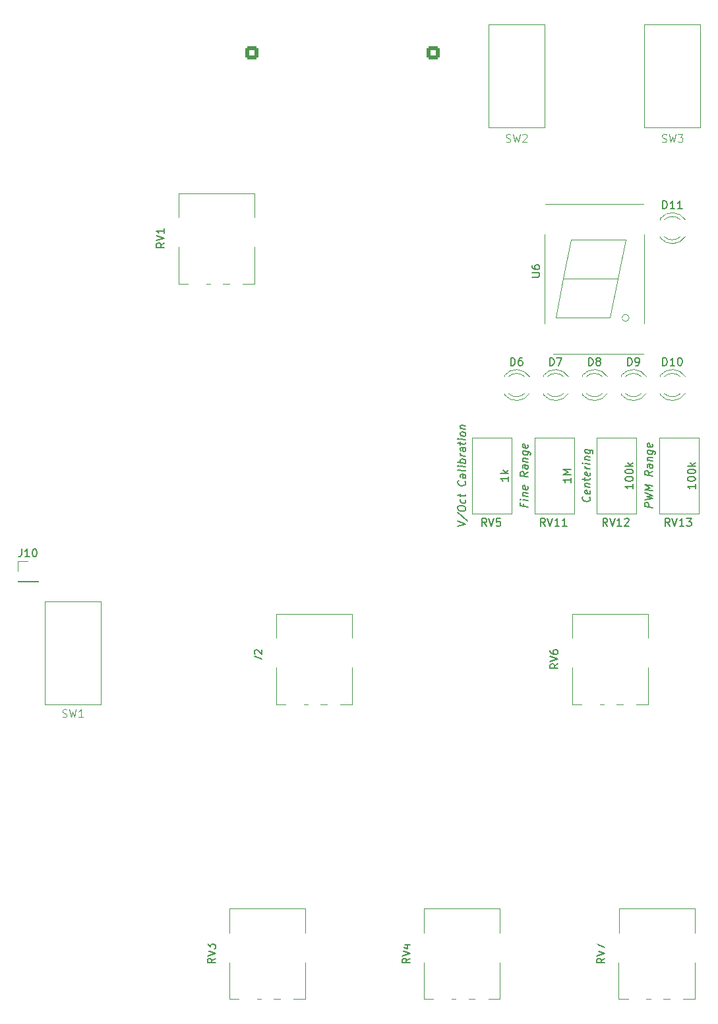
<source format=gto>
G04 #@! TF.GenerationSoftware,KiCad,Pcbnew,8.0.5*
G04 #@! TF.CreationDate,2024-10-01T23:12:58+02:00*
G04 #@! TF.ProjectId,DMH_VCO_40106_PCB,444d485f-5643-44f5-9f34-303130365f50,1*
G04 #@! TF.SameCoordinates,Original*
G04 #@! TF.FileFunction,Legend,Top*
G04 #@! TF.FilePolarity,Positive*
%FSLAX46Y46*%
G04 Gerber Fmt 4.6, Leading zero omitted, Abs format (unit mm)*
G04 Created by KiCad (PCBNEW 8.0.5) date 2024-10-01 23:12:58*
%MOMM*%
%LPD*%
G01*
G04 APERTURE LIST*
G04 Aperture macros list*
%AMRoundRect*
0 Rectangle with rounded corners*
0 $1 Rounding radius*
0 $2 $3 $4 $5 $6 $7 $8 $9 X,Y pos of 4 corners*
0 Add a 4 corners polygon primitive as box body*
4,1,4,$2,$3,$4,$5,$6,$7,$8,$9,$2,$3,0*
0 Add four circle primitives for the rounded corners*
1,1,$1+$1,$2,$3*
1,1,$1+$1,$4,$5*
1,1,$1+$1,$6,$7*
1,1,$1+$1,$8,$9*
0 Add four rect primitives between the rounded corners*
20,1,$1+$1,$2,$3,$4,$5,0*
20,1,$1+$1,$4,$5,$6,$7,0*
20,1,$1+$1,$6,$7,$8,$9,0*
20,1,$1+$1,$8,$9,$2,$3,0*%
G04 Aperture macros list end*
%ADD10C,0.150000*%
%ADD11C,0.100000*%
%ADD12C,0.120000*%
%ADD13R,1.800000X1.800000*%
%ADD14C,1.800000*%
%ADD15O,2.720000X3.240000*%
%ADD16C,1.440000*%
%ADD17C,2.500000*%
%ADD18R,1.524000X2.524000*%
%ADD19O,1.524000X2.524000*%
%ADD20R,1.700000X1.700000*%
%ADD21R,2.200000X2.200000*%
%ADD22O,2.200000X2.200000*%
%ADD23C,1.600000*%
%ADD24O,1.600000X1.600000*%
%ADD25R,1.600000X1.600000*%
%ADD26C,1.400000*%
%ADD27O,1.400000X1.400000*%
%ADD28RoundRect,0.250000X0.600000X-0.600000X0.600000X0.600000X-0.600000X0.600000X-0.600000X-0.600000X0*%
%ADD29C,1.700000*%
%ADD30R,1.500000X1.500000*%
%ADD31C,1.500000*%
%ADD32R,1.050000X1.500000*%
%ADD33O,1.050000X1.500000*%
%ADD34O,1.700000X1.700000*%
G04 APERTURE END LIST*
D10*
X133756905Y-109114819D02*
X133756905Y-108114819D01*
X133756905Y-108114819D02*
X133995000Y-108114819D01*
X133995000Y-108114819D02*
X134137857Y-108162438D01*
X134137857Y-108162438D02*
X134233095Y-108257676D01*
X134233095Y-108257676D02*
X134280714Y-108352914D01*
X134280714Y-108352914D02*
X134328333Y-108543390D01*
X134328333Y-108543390D02*
X134328333Y-108686247D01*
X134328333Y-108686247D02*
X134280714Y-108876723D01*
X134280714Y-108876723D02*
X134233095Y-108971961D01*
X134233095Y-108971961D02*
X134137857Y-109067200D01*
X134137857Y-109067200D02*
X133995000Y-109114819D01*
X133995000Y-109114819D02*
X133756905Y-109114819D01*
X134804524Y-109114819D02*
X134995000Y-109114819D01*
X134995000Y-109114819D02*
X135090238Y-109067200D01*
X135090238Y-109067200D02*
X135137857Y-109019580D01*
X135137857Y-109019580D02*
X135233095Y-108876723D01*
X135233095Y-108876723D02*
X135280714Y-108686247D01*
X135280714Y-108686247D02*
X135280714Y-108305295D01*
X135280714Y-108305295D02*
X135233095Y-108210057D01*
X135233095Y-108210057D02*
X135185476Y-108162438D01*
X135185476Y-108162438D02*
X135090238Y-108114819D01*
X135090238Y-108114819D02*
X134899762Y-108114819D01*
X134899762Y-108114819D02*
X134804524Y-108162438D01*
X134804524Y-108162438D02*
X134756905Y-108210057D01*
X134756905Y-108210057D02*
X134709286Y-108305295D01*
X134709286Y-108305295D02*
X134709286Y-108543390D01*
X134709286Y-108543390D02*
X134756905Y-108638628D01*
X134756905Y-108638628D02*
X134804524Y-108686247D01*
X134804524Y-108686247D02*
X134899762Y-108733866D01*
X134899762Y-108733866D02*
X135090238Y-108733866D01*
X135090238Y-108733866D02*
X135185476Y-108686247D01*
X135185476Y-108686247D02*
X135233095Y-108638628D01*
X135233095Y-108638628D02*
X135280714Y-108543390D01*
X80814819Y-185135238D02*
X80338628Y-185468571D01*
X80814819Y-185706666D02*
X79814819Y-185706666D01*
X79814819Y-185706666D02*
X79814819Y-185325714D01*
X79814819Y-185325714D02*
X79862438Y-185230476D01*
X79862438Y-185230476D02*
X79910057Y-185182857D01*
X79910057Y-185182857D02*
X80005295Y-185135238D01*
X80005295Y-185135238D02*
X80148152Y-185135238D01*
X80148152Y-185135238D02*
X80243390Y-185182857D01*
X80243390Y-185182857D02*
X80291009Y-185230476D01*
X80291009Y-185230476D02*
X80338628Y-185325714D01*
X80338628Y-185325714D02*
X80338628Y-185706666D01*
X79814819Y-184849523D02*
X80814819Y-184516190D01*
X80814819Y-184516190D02*
X79814819Y-184182857D01*
X79814819Y-183944761D02*
X79814819Y-183325714D01*
X79814819Y-183325714D02*
X80195771Y-183659047D01*
X80195771Y-183659047D02*
X80195771Y-183516190D01*
X80195771Y-183516190D02*
X80243390Y-183420952D01*
X80243390Y-183420952D02*
X80291009Y-183373333D01*
X80291009Y-183373333D02*
X80386247Y-183325714D01*
X80386247Y-183325714D02*
X80624342Y-183325714D01*
X80624342Y-183325714D02*
X80719580Y-183373333D01*
X80719580Y-183373333D02*
X80767200Y-183420952D01*
X80767200Y-183420952D02*
X80814819Y-183516190D01*
X80814819Y-183516190D02*
X80814819Y-183801904D01*
X80814819Y-183801904D02*
X80767200Y-183897142D01*
X80767200Y-183897142D02*
X80719580Y-183944761D01*
X123178571Y-129704819D02*
X122845238Y-129228628D01*
X122607143Y-129704819D02*
X122607143Y-128704819D01*
X122607143Y-128704819D02*
X122988095Y-128704819D01*
X122988095Y-128704819D02*
X123083333Y-128752438D01*
X123083333Y-128752438D02*
X123130952Y-128800057D01*
X123130952Y-128800057D02*
X123178571Y-128895295D01*
X123178571Y-128895295D02*
X123178571Y-129038152D01*
X123178571Y-129038152D02*
X123130952Y-129133390D01*
X123130952Y-129133390D02*
X123083333Y-129181009D01*
X123083333Y-129181009D02*
X122988095Y-129228628D01*
X122988095Y-129228628D02*
X122607143Y-129228628D01*
X123464286Y-128704819D02*
X123797619Y-129704819D01*
X123797619Y-129704819D02*
X124130952Y-128704819D01*
X124988095Y-129704819D02*
X124416667Y-129704819D01*
X124702381Y-129704819D02*
X124702381Y-128704819D01*
X124702381Y-128704819D02*
X124607143Y-128847676D01*
X124607143Y-128847676D02*
X124511905Y-128942914D01*
X124511905Y-128942914D02*
X124416667Y-128990533D01*
X125940476Y-129704819D02*
X125369048Y-129704819D01*
X125654762Y-129704819D02*
X125654762Y-128704819D01*
X125654762Y-128704819D02*
X125559524Y-128847676D01*
X125559524Y-128847676D02*
X125464286Y-128942914D01*
X125464286Y-128942914D02*
X125369048Y-128990533D01*
X126454819Y-123525714D02*
X126454819Y-124097142D01*
X126454819Y-123811428D02*
X125454819Y-123811428D01*
X125454819Y-123811428D02*
X125597676Y-123906666D01*
X125597676Y-123906666D02*
X125692914Y-124001904D01*
X125692914Y-124001904D02*
X125740533Y-124097142D01*
X126454819Y-123097142D02*
X125454819Y-123097142D01*
X125454819Y-123097142D02*
X126169104Y-122763809D01*
X126169104Y-122763809D02*
X125454819Y-122430476D01*
X125454819Y-122430476D02*
X126454819Y-122430476D01*
X120431009Y-126833333D02*
X120431009Y-127166666D01*
X120954819Y-127232143D02*
X119954819Y-127107143D01*
X119954819Y-127107143D02*
X119954819Y-126630952D01*
X120954819Y-126375000D02*
X120288152Y-126291666D01*
X119954819Y-126250000D02*
X120002438Y-126303571D01*
X120002438Y-126303571D02*
X120050057Y-126261904D01*
X120050057Y-126261904D02*
X120002438Y-126208333D01*
X120002438Y-126208333D02*
X119954819Y-126250000D01*
X119954819Y-126250000D02*
X120050057Y-126261904D01*
X120288152Y-125815476D02*
X120954819Y-125898810D01*
X120383390Y-125827381D02*
X120335771Y-125773810D01*
X120335771Y-125773810D02*
X120288152Y-125672619D01*
X120288152Y-125672619D02*
X120288152Y-125529762D01*
X120288152Y-125529762D02*
X120335771Y-125440476D01*
X120335771Y-125440476D02*
X120431009Y-125404762D01*
X120431009Y-125404762D02*
X120954819Y-125470238D01*
X120907200Y-124607143D02*
X120954819Y-124708333D01*
X120954819Y-124708333D02*
X120954819Y-124898810D01*
X120954819Y-124898810D02*
X120907200Y-124988095D01*
X120907200Y-124988095D02*
X120811961Y-125023810D01*
X120811961Y-125023810D02*
X120431009Y-124976191D01*
X120431009Y-124976191D02*
X120335771Y-124916667D01*
X120335771Y-124916667D02*
X120288152Y-124815476D01*
X120288152Y-124815476D02*
X120288152Y-124625000D01*
X120288152Y-124625000D02*
X120335771Y-124535714D01*
X120335771Y-124535714D02*
X120431009Y-124500000D01*
X120431009Y-124500000D02*
X120526247Y-124511905D01*
X120526247Y-124511905D02*
X120621485Y-125000000D01*
X120954819Y-122803571D02*
X120478628Y-123077381D01*
X120954819Y-123375000D02*
X119954819Y-123250000D01*
X119954819Y-123250000D02*
X119954819Y-122869047D01*
X119954819Y-122869047D02*
X120002438Y-122779762D01*
X120002438Y-122779762D02*
X120050057Y-122738095D01*
X120050057Y-122738095D02*
X120145295Y-122702381D01*
X120145295Y-122702381D02*
X120288152Y-122720238D01*
X120288152Y-122720238D02*
X120383390Y-122779762D01*
X120383390Y-122779762D02*
X120431009Y-122833333D01*
X120431009Y-122833333D02*
X120478628Y-122934523D01*
X120478628Y-122934523D02*
X120478628Y-123315476D01*
X120954819Y-121946428D02*
X120431009Y-121880952D01*
X120431009Y-121880952D02*
X120335771Y-121916666D01*
X120335771Y-121916666D02*
X120288152Y-122005952D01*
X120288152Y-122005952D02*
X120288152Y-122196428D01*
X120288152Y-122196428D02*
X120335771Y-122297619D01*
X120907200Y-121940476D02*
X120954819Y-122041666D01*
X120954819Y-122041666D02*
X120954819Y-122279762D01*
X120954819Y-122279762D02*
X120907200Y-122369047D01*
X120907200Y-122369047D02*
X120811961Y-122404762D01*
X120811961Y-122404762D02*
X120716723Y-122392857D01*
X120716723Y-122392857D02*
X120621485Y-122333333D01*
X120621485Y-122333333D02*
X120573866Y-122232143D01*
X120573866Y-122232143D02*
X120573866Y-121994047D01*
X120573866Y-121994047D02*
X120526247Y-121892857D01*
X120288152Y-121386904D02*
X120954819Y-121470238D01*
X120383390Y-121398809D02*
X120335771Y-121345238D01*
X120335771Y-121345238D02*
X120288152Y-121244047D01*
X120288152Y-121244047D02*
X120288152Y-121101190D01*
X120288152Y-121101190D02*
X120335771Y-121011904D01*
X120335771Y-121011904D02*
X120431009Y-120976190D01*
X120431009Y-120976190D02*
X120954819Y-121041666D01*
X120288152Y-120053571D02*
X121097676Y-120154761D01*
X121097676Y-120154761D02*
X121192914Y-120214285D01*
X121192914Y-120214285D02*
X121240533Y-120267857D01*
X121240533Y-120267857D02*
X121288152Y-120369047D01*
X121288152Y-120369047D02*
X121288152Y-120511904D01*
X121288152Y-120511904D02*
X121240533Y-120601190D01*
X120907200Y-120130952D02*
X120954819Y-120232142D01*
X120954819Y-120232142D02*
X120954819Y-120422619D01*
X120954819Y-120422619D02*
X120907200Y-120511904D01*
X120907200Y-120511904D02*
X120859580Y-120553571D01*
X120859580Y-120553571D02*
X120764342Y-120589285D01*
X120764342Y-120589285D02*
X120478628Y-120553571D01*
X120478628Y-120553571D02*
X120383390Y-120494047D01*
X120383390Y-120494047D02*
X120335771Y-120440476D01*
X120335771Y-120440476D02*
X120288152Y-120339285D01*
X120288152Y-120339285D02*
X120288152Y-120148809D01*
X120288152Y-120148809D02*
X120335771Y-120059523D01*
X120907200Y-119273809D02*
X120954819Y-119374999D01*
X120954819Y-119374999D02*
X120954819Y-119565476D01*
X120954819Y-119565476D02*
X120907200Y-119654761D01*
X120907200Y-119654761D02*
X120811961Y-119690476D01*
X120811961Y-119690476D02*
X120431009Y-119642857D01*
X120431009Y-119642857D02*
X120335771Y-119583333D01*
X120335771Y-119583333D02*
X120288152Y-119482142D01*
X120288152Y-119482142D02*
X120288152Y-119291666D01*
X120288152Y-119291666D02*
X120335771Y-119202380D01*
X120335771Y-119202380D02*
X120431009Y-119166666D01*
X120431009Y-119166666D02*
X120526247Y-119178571D01*
X120526247Y-119178571D02*
X120621485Y-119666666D01*
X124814819Y-147360238D02*
X124338628Y-147693571D01*
X124814819Y-147931666D02*
X123814819Y-147931666D01*
X123814819Y-147931666D02*
X123814819Y-147550714D01*
X123814819Y-147550714D02*
X123862438Y-147455476D01*
X123862438Y-147455476D02*
X123910057Y-147407857D01*
X123910057Y-147407857D02*
X124005295Y-147360238D01*
X124005295Y-147360238D02*
X124148152Y-147360238D01*
X124148152Y-147360238D02*
X124243390Y-147407857D01*
X124243390Y-147407857D02*
X124291009Y-147455476D01*
X124291009Y-147455476D02*
X124338628Y-147550714D01*
X124338628Y-147550714D02*
X124338628Y-147931666D01*
X123814819Y-147074523D02*
X124814819Y-146741190D01*
X124814819Y-146741190D02*
X123814819Y-146407857D01*
X123814819Y-145645952D02*
X123814819Y-145836428D01*
X123814819Y-145836428D02*
X123862438Y-145931666D01*
X123862438Y-145931666D02*
X123910057Y-145979285D01*
X123910057Y-145979285D02*
X124052914Y-146074523D01*
X124052914Y-146074523D02*
X124243390Y-146122142D01*
X124243390Y-146122142D02*
X124624342Y-146122142D01*
X124624342Y-146122142D02*
X124719580Y-146074523D01*
X124719580Y-146074523D02*
X124767200Y-146026904D01*
X124767200Y-146026904D02*
X124814819Y-145931666D01*
X124814819Y-145931666D02*
X124814819Y-145741190D01*
X124814819Y-145741190D02*
X124767200Y-145645952D01*
X124767200Y-145645952D02*
X124719580Y-145598333D01*
X124719580Y-145598333D02*
X124624342Y-145550714D01*
X124624342Y-145550714D02*
X124386247Y-145550714D01*
X124386247Y-145550714D02*
X124291009Y-145598333D01*
X124291009Y-145598333D02*
X124243390Y-145645952D01*
X124243390Y-145645952D02*
X124195771Y-145741190D01*
X124195771Y-145741190D02*
X124195771Y-145931666D01*
X124195771Y-145931666D02*
X124243390Y-146026904D01*
X124243390Y-146026904D02*
X124291009Y-146074523D01*
X124291009Y-146074523D02*
X124386247Y-146122142D01*
D11*
X118166667Y-80409800D02*
X118309524Y-80457419D01*
X118309524Y-80457419D02*
X118547619Y-80457419D01*
X118547619Y-80457419D02*
X118642857Y-80409800D01*
X118642857Y-80409800D02*
X118690476Y-80362180D01*
X118690476Y-80362180D02*
X118738095Y-80266942D01*
X118738095Y-80266942D02*
X118738095Y-80171704D01*
X118738095Y-80171704D02*
X118690476Y-80076466D01*
X118690476Y-80076466D02*
X118642857Y-80028847D01*
X118642857Y-80028847D02*
X118547619Y-79981228D01*
X118547619Y-79981228D02*
X118357143Y-79933609D01*
X118357143Y-79933609D02*
X118261905Y-79885990D01*
X118261905Y-79885990D02*
X118214286Y-79838371D01*
X118214286Y-79838371D02*
X118166667Y-79743133D01*
X118166667Y-79743133D02*
X118166667Y-79647895D01*
X118166667Y-79647895D02*
X118214286Y-79552657D01*
X118214286Y-79552657D02*
X118261905Y-79505038D01*
X118261905Y-79505038D02*
X118357143Y-79457419D01*
X118357143Y-79457419D02*
X118595238Y-79457419D01*
X118595238Y-79457419D02*
X118738095Y-79505038D01*
X119071429Y-79457419D02*
X119309524Y-80457419D01*
X119309524Y-80457419D02*
X119500000Y-79743133D01*
X119500000Y-79743133D02*
X119690476Y-80457419D01*
X119690476Y-80457419D02*
X119928572Y-79457419D01*
X120261905Y-79552657D02*
X120309524Y-79505038D01*
X120309524Y-79505038D02*
X120404762Y-79457419D01*
X120404762Y-79457419D02*
X120642857Y-79457419D01*
X120642857Y-79457419D02*
X120738095Y-79505038D01*
X120738095Y-79505038D02*
X120785714Y-79552657D01*
X120785714Y-79552657D02*
X120833333Y-79647895D01*
X120833333Y-79647895D02*
X120833333Y-79743133D01*
X120833333Y-79743133D02*
X120785714Y-79885990D01*
X120785714Y-79885990D02*
X120214286Y-80457419D01*
X120214286Y-80457419D02*
X120833333Y-80457419D01*
D10*
X105814819Y-185135238D02*
X105338628Y-185468571D01*
X105814819Y-185706666D02*
X104814819Y-185706666D01*
X104814819Y-185706666D02*
X104814819Y-185325714D01*
X104814819Y-185325714D02*
X104862438Y-185230476D01*
X104862438Y-185230476D02*
X104910057Y-185182857D01*
X104910057Y-185182857D02*
X105005295Y-185135238D01*
X105005295Y-185135238D02*
X105148152Y-185135238D01*
X105148152Y-185135238D02*
X105243390Y-185182857D01*
X105243390Y-185182857D02*
X105291009Y-185230476D01*
X105291009Y-185230476D02*
X105338628Y-185325714D01*
X105338628Y-185325714D02*
X105338628Y-185706666D01*
X104814819Y-184849523D02*
X105814819Y-184516190D01*
X105814819Y-184516190D02*
X104814819Y-184182857D01*
X105148152Y-183420952D02*
X105814819Y-183420952D01*
X104767200Y-183659047D02*
X105481485Y-183897142D01*
X105481485Y-183897142D02*
X105481485Y-183278095D01*
X118756905Y-109114819D02*
X118756905Y-108114819D01*
X118756905Y-108114819D02*
X118995000Y-108114819D01*
X118995000Y-108114819D02*
X119137857Y-108162438D01*
X119137857Y-108162438D02*
X119233095Y-108257676D01*
X119233095Y-108257676D02*
X119280714Y-108352914D01*
X119280714Y-108352914D02*
X119328333Y-108543390D01*
X119328333Y-108543390D02*
X119328333Y-108686247D01*
X119328333Y-108686247D02*
X119280714Y-108876723D01*
X119280714Y-108876723D02*
X119233095Y-108971961D01*
X119233095Y-108971961D02*
X119137857Y-109067200D01*
X119137857Y-109067200D02*
X118995000Y-109114819D01*
X118995000Y-109114819D02*
X118756905Y-109114819D01*
X120185476Y-108114819D02*
X119995000Y-108114819D01*
X119995000Y-108114819D02*
X119899762Y-108162438D01*
X119899762Y-108162438D02*
X119852143Y-108210057D01*
X119852143Y-108210057D02*
X119756905Y-108352914D01*
X119756905Y-108352914D02*
X119709286Y-108543390D01*
X119709286Y-108543390D02*
X119709286Y-108924342D01*
X119709286Y-108924342D02*
X119756905Y-109019580D01*
X119756905Y-109019580D02*
X119804524Y-109067200D01*
X119804524Y-109067200D02*
X119899762Y-109114819D01*
X119899762Y-109114819D02*
X120090238Y-109114819D01*
X120090238Y-109114819D02*
X120185476Y-109067200D01*
X120185476Y-109067200D02*
X120233095Y-109019580D01*
X120233095Y-109019580D02*
X120280714Y-108924342D01*
X120280714Y-108924342D02*
X120280714Y-108686247D01*
X120280714Y-108686247D02*
X120233095Y-108591009D01*
X120233095Y-108591009D02*
X120185476Y-108543390D01*
X120185476Y-108543390D02*
X120090238Y-108495771D01*
X120090238Y-108495771D02*
X119899762Y-108495771D01*
X119899762Y-108495771D02*
X119804524Y-108543390D01*
X119804524Y-108543390D02*
X119756905Y-108591009D01*
X119756905Y-108591009D02*
X119709286Y-108686247D01*
X123756905Y-109114819D02*
X123756905Y-108114819D01*
X123756905Y-108114819D02*
X123995000Y-108114819D01*
X123995000Y-108114819D02*
X124137857Y-108162438D01*
X124137857Y-108162438D02*
X124233095Y-108257676D01*
X124233095Y-108257676D02*
X124280714Y-108352914D01*
X124280714Y-108352914D02*
X124328333Y-108543390D01*
X124328333Y-108543390D02*
X124328333Y-108686247D01*
X124328333Y-108686247D02*
X124280714Y-108876723D01*
X124280714Y-108876723D02*
X124233095Y-108971961D01*
X124233095Y-108971961D02*
X124137857Y-109067200D01*
X124137857Y-109067200D02*
X123995000Y-109114819D01*
X123995000Y-109114819D02*
X123756905Y-109114819D01*
X124661667Y-108114819D02*
X125328333Y-108114819D01*
X125328333Y-108114819D02*
X124899762Y-109114819D01*
X131178571Y-129704819D02*
X130845238Y-129228628D01*
X130607143Y-129704819D02*
X130607143Y-128704819D01*
X130607143Y-128704819D02*
X130988095Y-128704819D01*
X130988095Y-128704819D02*
X131083333Y-128752438D01*
X131083333Y-128752438D02*
X131130952Y-128800057D01*
X131130952Y-128800057D02*
X131178571Y-128895295D01*
X131178571Y-128895295D02*
X131178571Y-129038152D01*
X131178571Y-129038152D02*
X131130952Y-129133390D01*
X131130952Y-129133390D02*
X131083333Y-129181009D01*
X131083333Y-129181009D02*
X130988095Y-129228628D01*
X130988095Y-129228628D02*
X130607143Y-129228628D01*
X131464286Y-128704819D02*
X131797619Y-129704819D01*
X131797619Y-129704819D02*
X132130952Y-128704819D01*
X132988095Y-129704819D02*
X132416667Y-129704819D01*
X132702381Y-129704819D02*
X132702381Y-128704819D01*
X132702381Y-128704819D02*
X132607143Y-128847676D01*
X132607143Y-128847676D02*
X132511905Y-128942914D01*
X132511905Y-128942914D02*
X132416667Y-128990533D01*
X133369048Y-128800057D02*
X133416667Y-128752438D01*
X133416667Y-128752438D02*
X133511905Y-128704819D01*
X133511905Y-128704819D02*
X133750000Y-128704819D01*
X133750000Y-128704819D02*
X133845238Y-128752438D01*
X133845238Y-128752438D02*
X133892857Y-128800057D01*
X133892857Y-128800057D02*
X133940476Y-128895295D01*
X133940476Y-128895295D02*
X133940476Y-128990533D01*
X133940476Y-128990533D02*
X133892857Y-129133390D01*
X133892857Y-129133390D02*
X133321429Y-129704819D01*
X133321429Y-129704819D02*
X133940476Y-129704819D01*
X134454819Y-124311428D02*
X134454819Y-124882856D01*
X134454819Y-124597142D02*
X133454819Y-124597142D01*
X133454819Y-124597142D02*
X133597676Y-124692380D01*
X133597676Y-124692380D02*
X133692914Y-124787618D01*
X133692914Y-124787618D02*
X133740533Y-124882856D01*
X133454819Y-123692380D02*
X133454819Y-123597142D01*
X133454819Y-123597142D02*
X133502438Y-123501904D01*
X133502438Y-123501904D02*
X133550057Y-123454285D01*
X133550057Y-123454285D02*
X133645295Y-123406666D01*
X133645295Y-123406666D02*
X133835771Y-123359047D01*
X133835771Y-123359047D02*
X134073866Y-123359047D01*
X134073866Y-123359047D02*
X134264342Y-123406666D01*
X134264342Y-123406666D02*
X134359580Y-123454285D01*
X134359580Y-123454285D02*
X134407200Y-123501904D01*
X134407200Y-123501904D02*
X134454819Y-123597142D01*
X134454819Y-123597142D02*
X134454819Y-123692380D01*
X134454819Y-123692380D02*
X134407200Y-123787618D01*
X134407200Y-123787618D02*
X134359580Y-123835237D01*
X134359580Y-123835237D02*
X134264342Y-123882856D01*
X134264342Y-123882856D02*
X134073866Y-123930475D01*
X134073866Y-123930475D02*
X133835771Y-123930475D01*
X133835771Y-123930475D02*
X133645295Y-123882856D01*
X133645295Y-123882856D02*
X133550057Y-123835237D01*
X133550057Y-123835237D02*
X133502438Y-123787618D01*
X133502438Y-123787618D02*
X133454819Y-123692380D01*
X133454819Y-122739999D02*
X133454819Y-122644761D01*
X133454819Y-122644761D02*
X133502438Y-122549523D01*
X133502438Y-122549523D02*
X133550057Y-122501904D01*
X133550057Y-122501904D02*
X133645295Y-122454285D01*
X133645295Y-122454285D02*
X133835771Y-122406666D01*
X133835771Y-122406666D02*
X134073866Y-122406666D01*
X134073866Y-122406666D02*
X134264342Y-122454285D01*
X134264342Y-122454285D02*
X134359580Y-122501904D01*
X134359580Y-122501904D02*
X134407200Y-122549523D01*
X134407200Y-122549523D02*
X134454819Y-122644761D01*
X134454819Y-122644761D02*
X134454819Y-122739999D01*
X134454819Y-122739999D02*
X134407200Y-122835237D01*
X134407200Y-122835237D02*
X134359580Y-122882856D01*
X134359580Y-122882856D02*
X134264342Y-122930475D01*
X134264342Y-122930475D02*
X134073866Y-122978094D01*
X134073866Y-122978094D02*
X133835771Y-122978094D01*
X133835771Y-122978094D02*
X133645295Y-122930475D01*
X133645295Y-122930475D02*
X133550057Y-122882856D01*
X133550057Y-122882856D02*
X133502438Y-122835237D01*
X133502438Y-122835237D02*
X133454819Y-122739999D01*
X134454819Y-121978094D02*
X133454819Y-121978094D01*
X134073866Y-121882856D02*
X134454819Y-121597142D01*
X133788152Y-121597142D02*
X134169104Y-121978094D01*
X128859580Y-125982142D02*
X128907200Y-126035714D01*
X128907200Y-126035714D02*
X128954819Y-126184523D01*
X128954819Y-126184523D02*
X128954819Y-126279761D01*
X128954819Y-126279761D02*
X128907200Y-126416666D01*
X128907200Y-126416666D02*
X128811961Y-126499999D01*
X128811961Y-126499999D02*
X128716723Y-126535714D01*
X128716723Y-126535714D02*
X128526247Y-126559523D01*
X128526247Y-126559523D02*
X128383390Y-126541666D01*
X128383390Y-126541666D02*
X128192914Y-126470238D01*
X128192914Y-126470238D02*
X128097676Y-126410714D01*
X128097676Y-126410714D02*
X128002438Y-126303571D01*
X128002438Y-126303571D02*
X127954819Y-126154761D01*
X127954819Y-126154761D02*
X127954819Y-126059523D01*
X127954819Y-126059523D02*
X128002438Y-125922619D01*
X128002438Y-125922619D02*
X128050057Y-125880952D01*
X128907200Y-125178571D02*
X128954819Y-125279761D01*
X128954819Y-125279761D02*
X128954819Y-125470238D01*
X128954819Y-125470238D02*
X128907200Y-125559523D01*
X128907200Y-125559523D02*
X128811961Y-125595238D01*
X128811961Y-125595238D02*
X128431009Y-125547619D01*
X128431009Y-125547619D02*
X128335771Y-125488095D01*
X128335771Y-125488095D02*
X128288152Y-125386904D01*
X128288152Y-125386904D02*
X128288152Y-125196428D01*
X128288152Y-125196428D02*
X128335771Y-125107142D01*
X128335771Y-125107142D02*
X128431009Y-125071428D01*
X128431009Y-125071428D02*
X128526247Y-125083333D01*
X128526247Y-125083333D02*
X128621485Y-125571428D01*
X128288152Y-124624999D02*
X128954819Y-124708333D01*
X128383390Y-124636904D02*
X128335771Y-124583333D01*
X128335771Y-124583333D02*
X128288152Y-124482142D01*
X128288152Y-124482142D02*
X128288152Y-124339285D01*
X128288152Y-124339285D02*
X128335771Y-124249999D01*
X128335771Y-124249999D02*
X128431009Y-124214285D01*
X128431009Y-124214285D02*
X128954819Y-124279761D01*
X128288152Y-123863094D02*
X128288152Y-123482142D01*
X127954819Y-123678571D02*
X128811961Y-123785714D01*
X128811961Y-123785714D02*
X128907200Y-123749999D01*
X128907200Y-123749999D02*
X128954819Y-123660714D01*
X128954819Y-123660714D02*
X128954819Y-123565475D01*
X128907200Y-122845237D02*
X128954819Y-122946427D01*
X128954819Y-122946427D02*
X128954819Y-123136904D01*
X128954819Y-123136904D02*
X128907200Y-123226189D01*
X128907200Y-123226189D02*
X128811961Y-123261904D01*
X128811961Y-123261904D02*
X128431009Y-123214285D01*
X128431009Y-123214285D02*
X128335771Y-123154761D01*
X128335771Y-123154761D02*
X128288152Y-123053570D01*
X128288152Y-123053570D02*
X128288152Y-122863094D01*
X128288152Y-122863094D02*
X128335771Y-122773808D01*
X128335771Y-122773808D02*
X128431009Y-122738094D01*
X128431009Y-122738094D02*
X128526247Y-122749999D01*
X128526247Y-122749999D02*
X128621485Y-123238094D01*
X128954819Y-122374999D02*
X128288152Y-122291665D01*
X128478628Y-122315475D02*
X128383390Y-122255951D01*
X128383390Y-122255951D02*
X128335771Y-122202380D01*
X128335771Y-122202380D02*
X128288152Y-122101189D01*
X128288152Y-122101189D02*
X128288152Y-122005951D01*
X128954819Y-121755951D02*
X128288152Y-121672617D01*
X127954819Y-121630951D02*
X128002438Y-121684522D01*
X128002438Y-121684522D02*
X128050057Y-121642855D01*
X128050057Y-121642855D02*
X128002438Y-121589284D01*
X128002438Y-121589284D02*
X127954819Y-121630951D01*
X127954819Y-121630951D02*
X128050057Y-121642855D01*
X128288152Y-121196427D02*
X128954819Y-121279761D01*
X128383390Y-121208332D02*
X128335771Y-121154761D01*
X128335771Y-121154761D02*
X128288152Y-121053570D01*
X128288152Y-121053570D02*
X128288152Y-120910713D01*
X128288152Y-120910713D02*
X128335771Y-120821427D01*
X128335771Y-120821427D02*
X128431009Y-120785713D01*
X128431009Y-120785713D02*
X128954819Y-120851189D01*
X128288152Y-119863094D02*
X129097676Y-119964284D01*
X129097676Y-119964284D02*
X129192914Y-120023808D01*
X129192914Y-120023808D02*
X129240533Y-120077380D01*
X129240533Y-120077380D02*
X129288152Y-120178570D01*
X129288152Y-120178570D02*
X129288152Y-120321427D01*
X129288152Y-120321427D02*
X129240533Y-120410713D01*
X128907200Y-119940475D02*
X128954819Y-120041665D01*
X128954819Y-120041665D02*
X128954819Y-120232142D01*
X128954819Y-120232142D02*
X128907200Y-120321427D01*
X128907200Y-120321427D02*
X128859580Y-120363094D01*
X128859580Y-120363094D02*
X128764342Y-120398808D01*
X128764342Y-120398808D02*
X128478628Y-120363094D01*
X128478628Y-120363094D02*
X128383390Y-120303570D01*
X128383390Y-120303570D02*
X128335771Y-120249999D01*
X128335771Y-120249999D02*
X128288152Y-120148808D01*
X128288152Y-120148808D02*
X128288152Y-119958332D01*
X128288152Y-119958332D02*
X128335771Y-119869046D01*
X138280714Y-88994819D02*
X138280714Y-87994819D01*
X138280714Y-87994819D02*
X138518809Y-87994819D01*
X138518809Y-87994819D02*
X138661666Y-88042438D01*
X138661666Y-88042438D02*
X138756904Y-88137676D01*
X138756904Y-88137676D02*
X138804523Y-88232914D01*
X138804523Y-88232914D02*
X138852142Y-88423390D01*
X138852142Y-88423390D02*
X138852142Y-88566247D01*
X138852142Y-88566247D02*
X138804523Y-88756723D01*
X138804523Y-88756723D02*
X138756904Y-88851961D01*
X138756904Y-88851961D02*
X138661666Y-88947200D01*
X138661666Y-88947200D02*
X138518809Y-88994819D01*
X138518809Y-88994819D02*
X138280714Y-88994819D01*
X139804523Y-88994819D02*
X139233095Y-88994819D01*
X139518809Y-88994819D02*
X139518809Y-87994819D01*
X139518809Y-87994819D02*
X139423571Y-88137676D01*
X139423571Y-88137676D02*
X139328333Y-88232914D01*
X139328333Y-88232914D02*
X139233095Y-88280533D01*
X140756904Y-88994819D02*
X140185476Y-88994819D01*
X140471190Y-88994819D02*
X140471190Y-87994819D01*
X140471190Y-87994819D02*
X140375952Y-88137676D01*
X140375952Y-88137676D02*
X140280714Y-88232914D01*
X140280714Y-88232914D02*
X140185476Y-88280533D01*
X139178571Y-129704819D02*
X138845238Y-129228628D01*
X138607143Y-129704819D02*
X138607143Y-128704819D01*
X138607143Y-128704819D02*
X138988095Y-128704819D01*
X138988095Y-128704819D02*
X139083333Y-128752438D01*
X139083333Y-128752438D02*
X139130952Y-128800057D01*
X139130952Y-128800057D02*
X139178571Y-128895295D01*
X139178571Y-128895295D02*
X139178571Y-129038152D01*
X139178571Y-129038152D02*
X139130952Y-129133390D01*
X139130952Y-129133390D02*
X139083333Y-129181009D01*
X139083333Y-129181009D02*
X138988095Y-129228628D01*
X138988095Y-129228628D02*
X138607143Y-129228628D01*
X139464286Y-128704819D02*
X139797619Y-129704819D01*
X139797619Y-129704819D02*
X140130952Y-128704819D01*
X140988095Y-129704819D02*
X140416667Y-129704819D01*
X140702381Y-129704819D02*
X140702381Y-128704819D01*
X140702381Y-128704819D02*
X140607143Y-128847676D01*
X140607143Y-128847676D02*
X140511905Y-128942914D01*
X140511905Y-128942914D02*
X140416667Y-128990533D01*
X141321429Y-128704819D02*
X141940476Y-128704819D01*
X141940476Y-128704819D02*
X141607143Y-129085771D01*
X141607143Y-129085771D02*
X141750000Y-129085771D01*
X141750000Y-129085771D02*
X141845238Y-129133390D01*
X141845238Y-129133390D02*
X141892857Y-129181009D01*
X141892857Y-129181009D02*
X141940476Y-129276247D01*
X141940476Y-129276247D02*
X141940476Y-129514342D01*
X141940476Y-129514342D02*
X141892857Y-129609580D01*
X141892857Y-129609580D02*
X141845238Y-129657200D01*
X141845238Y-129657200D02*
X141750000Y-129704819D01*
X141750000Y-129704819D02*
X141464286Y-129704819D01*
X141464286Y-129704819D02*
X141369048Y-129657200D01*
X141369048Y-129657200D02*
X141321429Y-129609580D01*
X142454819Y-124311428D02*
X142454819Y-124882856D01*
X142454819Y-124597142D02*
X141454819Y-124597142D01*
X141454819Y-124597142D02*
X141597676Y-124692380D01*
X141597676Y-124692380D02*
X141692914Y-124787618D01*
X141692914Y-124787618D02*
X141740533Y-124882856D01*
X141454819Y-123692380D02*
X141454819Y-123597142D01*
X141454819Y-123597142D02*
X141502438Y-123501904D01*
X141502438Y-123501904D02*
X141550057Y-123454285D01*
X141550057Y-123454285D02*
X141645295Y-123406666D01*
X141645295Y-123406666D02*
X141835771Y-123359047D01*
X141835771Y-123359047D02*
X142073866Y-123359047D01*
X142073866Y-123359047D02*
X142264342Y-123406666D01*
X142264342Y-123406666D02*
X142359580Y-123454285D01*
X142359580Y-123454285D02*
X142407200Y-123501904D01*
X142407200Y-123501904D02*
X142454819Y-123597142D01*
X142454819Y-123597142D02*
X142454819Y-123692380D01*
X142454819Y-123692380D02*
X142407200Y-123787618D01*
X142407200Y-123787618D02*
X142359580Y-123835237D01*
X142359580Y-123835237D02*
X142264342Y-123882856D01*
X142264342Y-123882856D02*
X142073866Y-123930475D01*
X142073866Y-123930475D02*
X141835771Y-123930475D01*
X141835771Y-123930475D02*
X141645295Y-123882856D01*
X141645295Y-123882856D02*
X141550057Y-123835237D01*
X141550057Y-123835237D02*
X141502438Y-123787618D01*
X141502438Y-123787618D02*
X141454819Y-123692380D01*
X141454819Y-122739999D02*
X141454819Y-122644761D01*
X141454819Y-122644761D02*
X141502438Y-122549523D01*
X141502438Y-122549523D02*
X141550057Y-122501904D01*
X141550057Y-122501904D02*
X141645295Y-122454285D01*
X141645295Y-122454285D02*
X141835771Y-122406666D01*
X141835771Y-122406666D02*
X142073866Y-122406666D01*
X142073866Y-122406666D02*
X142264342Y-122454285D01*
X142264342Y-122454285D02*
X142359580Y-122501904D01*
X142359580Y-122501904D02*
X142407200Y-122549523D01*
X142407200Y-122549523D02*
X142454819Y-122644761D01*
X142454819Y-122644761D02*
X142454819Y-122739999D01*
X142454819Y-122739999D02*
X142407200Y-122835237D01*
X142407200Y-122835237D02*
X142359580Y-122882856D01*
X142359580Y-122882856D02*
X142264342Y-122930475D01*
X142264342Y-122930475D02*
X142073866Y-122978094D01*
X142073866Y-122978094D02*
X141835771Y-122978094D01*
X141835771Y-122978094D02*
X141645295Y-122930475D01*
X141645295Y-122930475D02*
X141550057Y-122882856D01*
X141550057Y-122882856D02*
X141502438Y-122835237D01*
X141502438Y-122835237D02*
X141454819Y-122739999D01*
X142454819Y-121978094D02*
X141454819Y-121978094D01*
X142073866Y-121882856D02*
X142454819Y-121597142D01*
X141788152Y-121597142D02*
X142169104Y-121978094D01*
X136954819Y-127327381D02*
X135954819Y-127202381D01*
X135954819Y-127202381D02*
X135954819Y-126821428D01*
X135954819Y-126821428D02*
X136002438Y-126732143D01*
X136002438Y-126732143D02*
X136050057Y-126690476D01*
X136050057Y-126690476D02*
X136145295Y-126654762D01*
X136145295Y-126654762D02*
X136288152Y-126672619D01*
X136288152Y-126672619D02*
X136383390Y-126732143D01*
X136383390Y-126732143D02*
X136431009Y-126785714D01*
X136431009Y-126785714D02*
X136478628Y-126886904D01*
X136478628Y-126886904D02*
X136478628Y-127267857D01*
X135954819Y-126297619D02*
X136954819Y-126184524D01*
X136954819Y-126184524D02*
X136240533Y-125904762D01*
X136240533Y-125904762D02*
X136954819Y-125803571D01*
X136954819Y-125803571D02*
X135954819Y-125440476D01*
X136954819Y-125184524D02*
X135954819Y-125059524D01*
X135954819Y-125059524D02*
X136669104Y-124815476D01*
X136669104Y-124815476D02*
X135954819Y-124392857D01*
X135954819Y-124392857D02*
X136954819Y-124517857D01*
X136954819Y-122708333D02*
X136478628Y-122982143D01*
X136954819Y-123279762D02*
X135954819Y-123154762D01*
X135954819Y-123154762D02*
X135954819Y-122773809D01*
X135954819Y-122773809D02*
X136002438Y-122684524D01*
X136002438Y-122684524D02*
X136050057Y-122642857D01*
X136050057Y-122642857D02*
X136145295Y-122607143D01*
X136145295Y-122607143D02*
X136288152Y-122625000D01*
X136288152Y-122625000D02*
X136383390Y-122684524D01*
X136383390Y-122684524D02*
X136431009Y-122738095D01*
X136431009Y-122738095D02*
X136478628Y-122839285D01*
X136478628Y-122839285D02*
X136478628Y-123220238D01*
X136954819Y-121851190D02*
X136431009Y-121785714D01*
X136431009Y-121785714D02*
X136335771Y-121821428D01*
X136335771Y-121821428D02*
X136288152Y-121910714D01*
X136288152Y-121910714D02*
X136288152Y-122101190D01*
X136288152Y-122101190D02*
X136335771Y-122202381D01*
X136907200Y-121845238D02*
X136954819Y-121946428D01*
X136954819Y-121946428D02*
X136954819Y-122184524D01*
X136954819Y-122184524D02*
X136907200Y-122273809D01*
X136907200Y-122273809D02*
X136811961Y-122309524D01*
X136811961Y-122309524D02*
X136716723Y-122297619D01*
X136716723Y-122297619D02*
X136621485Y-122238095D01*
X136621485Y-122238095D02*
X136573866Y-122136905D01*
X136573866Y-122136905D02*
X136573866Y-121898809D01*
X136573866Y-121898809D02*
X136526247Y-121797619D01*
X136288152Y-121291666D02*
X136954819Y-121375000D01*
X136383390Y-121303571D02*
X136335771Y-121250000D01*
X136335771Y-121250000D02*
X136288152Y-121148809D01*
X136288152Y-121148809D02*
X136288152Y-121005952D01*
X136288152Y-121005952D02*
X136335771Y-120916666D01*
X136335771Y-120916666D02*
X136431009Y-120880952D01*
X136431009Y-120880952D02*
X136954819Y-120946428D01*
X136288152Y-119958333D02*
X137097676Y-120059523D01*
X137097676Y-120059523D02*
X137192914Y-120119047D01*
X137192914Y-120119047D02*
X137240533Y-120172619D01*
X137240533Y-120172619D02*
X137288152Y-120273809D01*
X137288152Y-120273809D02*
X137288152Y-120416666D01*
X137288152Y-120416666D02*
X137240533Y-120505952D01*
X136907200Y-120035714D02*
X136954819Y-120136904D01*
X136954819Y-120136904D02*
X136954819Y-120327381D01*
X136954819Y-120327381D02*
X136907200Y-120416666D01*
X136907200Y-120416666D02*
X136859580Y-120458333D01*
X136859580Y-120458333D02*
X136764342Y-120494047D01*
X136764342Y-120494047D02*
X136478628Y-120458333D01*
X136478628Y-120458333D02*
X136383390Y-120398809D01*
X136383390Y-120398809D02*
X136335771Y-120345238D01*
X136335771Y-120345238D02*
X136288152Y-120244047D01*
X136288152Y-120244047D02*
X136288152Y-120053571D01*
X136288152Y-120053571D02*
X136335771Y-119964285D01*
X136907200Y-119178571D02*
X136954819Y-119279761D01*
X136954819Y-119279761D02*
X136954819Y-119470238D01*
X136954819Y-119470238D02*
X136907200Y-119559523D01*
X136907200Y-119559523D02*
X136811961Y-119595238D01*
X136811961Y-119595238D02*
X136431009Y-119547619D01*
X136431009Y-119547619D02*
X136335771Y-119488095D01*
X136335771Y-119488095D02*
X136288152Y-119386904D01*
X136288152Y-119386904D02*
X136288152Y-119196428D01*
X136288152Y-119196428D02*
X136335771Y-119107142D01*
X136335771Y-119107142D02*
X136431009Y-119071428D01*
X136431009Y-119071428D02*
X136526247Y-119083333D01*
X136526247Y-119083333D02*
X136621485Y-119571428D01*
X138280714Y-109114819D02*
X138280714Y-108114819D01*
X138280714Y-108114819D02*
X138518809Y-108114819D01*
X138518809Y-108114819D02*
X138661666Y-108162438D01*
X138661666Y-108162438D02*
X138756904Y-108257676D01*
X138756904Y-108257676D02*
X138804523Y-108352914D01*
X138804523Y-108352914D02*
X138852142Y-108543390D01*
X138852142Y-108543390D02*
X138852142Y-108686247D01*
X138852142Y-108686247D02*
X138804523Y-108876723D01*
X138804523Y-108876723D02*
X138756904Y-108971961D01*
X138756904Y-108971961D02*
X138661666Y-109067200D01*
X138661666Y-109067200D02*
X138518809Y-109114819D01*
X138518809Y-109114819D02*
X138280714Y-109114819D01*
X139804523Y-109114819D02*
X139233095Y-109114819D01*
X139518809Y-109114819D02*
X139518809Y-108114819D01*
X139518809Y-108114819D02*
X139423571Y-108257676D01*
X139423571Y-108257676D02*
X139328333Y-108352914D01*
X139328333Y-108352914D02*
X139233095Y-108400533D01*
X140423571Y-108114819D02*
X140518809Y-108114819D01*
X140518809Y-108114819D02*
X140614047Y-108162438D01*
X140614047Y-108162438D02*
X140661666Y-108210057D01*
X140661666Y-108210057D02*
X140709285Y-108305295D01*
X140709285Y-108305295D02*
X140756904Y-108495771D01*
X140756904Y-108495771D02*
X140756904Y-108733866D01*
X140756904Y-108733866D02*
X140709285Y-108924342D01*
X140709285Y-108924342D02*
X140661666Y-109019580D01*
X140661666Y-109019580D02*
X140614047Y-109067200D01*
X140614047Y-109067200D02*
X140518809Y-109114819D01*
X140518809Y-109114819D02*
X140423571Y-109114819D01*
X140423571Y-109114819D02*
X140328333Y-109067200D01*
X140328333Y-109067200D02*
X140280714Y-109019580D01*
X140280714Y-109019580D02*
X140233095Y-108924342D01*
X140233095Y-108924342D02*
X140185476Y-108733866D01*
X140185476Y-108733866D02*
X140185476Y-108495771D01*
X140185476Y-108495771D02*
X140233095Y-108305295D01*
X140233095Y-108305295D02*
X140280714Y-108210057D01*
X140280714Y-108210057D02*
X140328333Y-108162438D01*
X140328333Y-108162438D02*
X140423571Y-108114819D01*
X121454819Y-97761904D02*
X122264342Y-97761904D01*
X122264342Y-97761904D02*
X122359580Y-97714285D01*
X122359580Y-97714285D02*
X122407200Y-97666666D01*
X122407200Y-97666666D02*
X122454819Y-97571428D01*
X122454819Y-97571428D02*
X122454819Y-97380952D01*
X122454819Y-97380952D02*
X122407200Y-97285714D01*
X122407200Y-97285714D02*
X122359580Y-97238095D01*
X122359580Y-97238095D02*
X122264342Y-97190476D01*
X122264342Y-97190476D02*
X121454819Y-97190476D01*
X121454819Y-96285714D02*
X121454819Y-96476190D01*
X121454819Y-96476190D02*
X121502438Y-96571428D01*
X121502438Y-96571428D02*
X121550057Y-96619047D01*
X121550057Y-96619047D02*
X121692914Y-96714285D01*
X121692914Y-96714285D02*
X121883390Y-96761904D01*
X121883390Y-96761904D02*
X122264342Y-96761904D01*
X122264342Y-96761904D02*
X122359580Y-96714285D01*
X122359580Y-96714285D02*
X122407200Y-96666666D01*
X122407200Y-96666666D02*
X122454819Y-96571428D01*
X122454819Y-96571428D02*
X122454819Y-96380952D01*
X122454819Y-96380952D02*
X122407200Y-96285714D01*
X122407200Y-96285714D02*
X122359580Y-96238095D01*
X122359580Y-96238095D02*
X122264342Y-96190476D01*
X122264342Y-96190476D02*
X122026247Y-96190476D01*
X122026247Y-96190476D02*
X121931009Y-96238095D01*
X121931009Y-96238095D02*
X121883390Y-96285714D01*
X121883390Y-96285714D02*
X121835771Y-96380952D01*
X121835771Y-96380952D02*
X121835771Y-96571428D01*
X121835771Y-96571428D02*
X121883390Y-96666666D01*
X121883390Y-96666666D02*
X121931009Y-96714285D01*
X121931009Y-96714285D02*
X122026247Y-96761904D01*
D11*
X61166667Y-154159800D02*
X61309524Y-154207419D01*
X61309524Y-154207419D02*
X61547619Y-154207419D01*
X61547619Y-154207419D02*
X61642857Y-154159800D01*
X61642857Y-154159800D02*
X61690476Y-154112180D01*
X61690476Y-154112180D02*
X61738095Y-154016942D01*
X61738095Y-154016942D02*
X61738095Y-153921704D01*
X61738095Y-153921704D02*
X61690476Y-153826466D01*
X61690476Y-153826466D02*
X61642857Y-153778847D01*
X61642857Y-153778847D02*
X61547619Y-153731228D01*
X61547619Y-153731228D02*
X61357143Y-153683609D01*
X61357143Y-153683609D02*
X61261905Y-153635990D01*
X61261905Y-153635990D02*
X61214286Y-153588371D01*
X61214286Y-153588371D02*
X61166667Y-153493133D01*
X61166667Y-153493133D02*
X61166667Y-153397895D01*
X61166667Y-153397895D02*
X61214286Y-153302657D01*
X61214286Y-153302657D02*
X61261905Y-153255038D01*
X61261905Y-153255038D02*
X61357143Y-153207419D01*
X61357143Y-153207419D02*
X61595238Y-153207419D01*
X61595238Y-153207419D02*
X61738095Y-153255038D01*
X62071429Y-153207419D02*
X62309524Y-154207419D01*
X62309524Y-154207419D02*
X62500000Y-153493133D01*
X62500000Y-153493133D02*
X62690476Y-154207419D01*
X62690476Y-154207419D02*
X62928572Y-153207419D01*
X63833333Y-154207419D02*
X63261905Y-154207419D01*
X63547619Y-154207419D02*
X63547619Y-153207419D01*
X63547619Y-153207419D02*
X63452381Y-153350276D01*
X63452381Y-153350276D02*
X63357143Y-153445514D01*
X63357143Y-153445514D02*
X63261905Y-153493133D01*
D10*
X128756905Y-109114819D02*
X128756905Y-108114819D01*
X128756905Y-108114819D02*
X128995000Y-108114819D01*
X128995000Y-108114819D02*
X129137857Y-108162438D01*
X129137857Y-108162438D02*
X129233095Y-108257676D01*
X129233095Y-108257676D02*
X129280714Y-108352914D01*
X129280714Y-108352914D02*
X129328333Y-108543390D01*
X129328333Y-108543390D02*
X129328333Y-108686247D01*
X129328333Y-108686247D02*
X129280714Y-108876723D01*
X129280714Y-108876723D02*
X129233095Y-108971961D01*
X129233095Y-108971961D02*
X129137857Y-109067200D01*
X129137857Y-109067200D02*
X128995000Y-109114819D01*
X128995000Y-109114819D02*
X128756905Y-109114819D01*
X129899762Y-108543390D02*
X129804524Y-108495771D01*
X129804524Y-108495771D02*
X129756905Y-108448152D01*
X129756905Y-108448152D02*
X129709286Y-108352914D01*
X129709286Y-108352914D02*
X129709286Y-108305295D01*
X129709286Y-108305295D02*
X129756905Y-108210057D01*
X129756905Y-108210057D02*
X129804524Y-108162438D01*
X129804524Y-108162438D02*
X129899762Y-108114819D01*
X129899762Y-108114819D02*
X130090238Y-108114819D01*
X130090238Y-108114819D02*
X130185476Y-108162438D01*
X130185476Y-108162438D02*
X130233095Y-108210057D01*
X130233095Y-108210057D02*
X130280714Y-108305295D01*
X130280714Y-108305295D02*
X130280714Y-108352914D01*
X130280714Y-108352914D02*
X130233095Y-108448152D01*
X130233095Y-108448152D02*
X130185476Y-108495771D01*
X130185476Y-108495771D02*
X130090238Y-108543390D01*
X130090238Y-108543390D02*
X129899762Y-108543390D01*
X129899762Y-108543390D02*
X129804524Y-108591009D01*
X129804524Y-108591009D02*
X129756905Y-108638628D01*
X129756905Y-108638628D02*
X129709286Y-108733866D01*
X129709286Y-108733866D02*
X129709286Y-108924342D01*
X129709286Y-108924342D02*
X129756905Y-109019580D01*
X129756905Y-109019580D02*
X129804524Y-109067200D01*
X129804524Y-109067200D02*
X129899762Y-109114819D01*
X129899762Y-109114819D02*
X130090238Y-109114819D01*
X130090238Y-109114819D02*
X130185476Y-109067200D01*
X130185476Y-109067200D02*
X130233095Y-109019580D01*
X130233095Y-109019580D02*
X130280714Y-108924342D01*
X130280714Y-108924342D02*
X130280714Y-108733866D01*
X130280714Y-108733866D02*
X130233095Y-108638628D01*
X130233095Y-108638628D02*
X130185476Y-108591009D01*
X130185476Y-108591009D02*
X130090238Y-108543390D01*
D11*
X138166667Y-80409800D02*
X138309524Y-80457419D01*
X138309524Y-80457419D02*
X138547619Y-80457419D01*
X138547619Y-80457419D02*
X138642857Y-80409800D01*
X138642857Y-80409800D02*
X138690476Y-80362180D01*
X138690476Y-80362180D02*
X138738095Y-80266942D01*
X138738095Y-80266942D02*
X138738095Y-80171704D01*
X138738095Y-80171704D02*
X138690476Y-80076466D01*
X138690476Y-80076466D02*
X138642857Y-80028847D01*
X138642857Y-80028847D02*
X138547619Y-79981228D01*
X138547619Y-79981228D02*
X138357143Y-79933609D01*
X138357143Y-79933609D02*
X138261905Y-79885990D01*
X138261905Y-79885990D02*
X138214286Y-79838371D01*
X138214286Y-79838371D02*
X138166667Y-79743133D01*
X138166667Y-79743133D02*
X138166667Y-79647895D01*
X138166667Y-79647895D02*
X138214286Y-79552657D01*
X138214286Y-79552657D02*
X138261905Y-79505038D01*
X138261905Y-79505038D02*
X138357143Y-79457419D01*
X138357143Y-79457419D02*
X138595238Y-79457419D01*
X138595238Y-79457419D02*
X138738095Y-79505038D01*
X139071429Y-79457419D02*
X139309524Y-80457419D01*
X139309524Y-80457419D02*
X139500000Y-79743133D01*
X139500000Y-79743133D02*
X139690476Y-80457419D01*
X139690476Y-80457419D02*
X139928572Y-79457419D01*
X140214286Y-79457419D02*
X140833333Y-79457419D01*
X140833333Y-79457419D02*
X140500000Y-79838371D01*
X140500000Y-79838371D02*
X140642857Y-79838371D01*
X140642857Y-79838371D02*
X140738095Y-79885990D01*
X140738095Y-79885990D02*
X140785714Y-79933609D01*
X140785714Y-79933609D02*
X140833333Y-80028847D01*
X140833333Y-80028847D02*
X140833333Y-80266942D01*
X140833333Y-80266942D02*
X140785714Y-80362180D01*
X140785714Y-80362180D02*
X140738095Y-80409800D01*
X140738095Y-80409800D02*
X140642857Y-80457419D01*
X140642857Y-80457419D02*
X140357143Y-80457419D01*
X140357143Y-80457419D02*
X140261905Y-80409800D01*
X140261905Y-80409800D02*
X140214286Y-80362180D01*
D10*
X86814819Y-147360238D02*
X86338628Y-147693571D01*
X86814819Y-147931666D02*
X85814819Y-147931666D01*
X85814819Y-147931666D02*
X85814819Y-147550714D01*
X85814819Y-147550714D02*
X85862438Y-147455476D01*
X85862438Y-147455476D02*
X85910057Y-147407857D01*
X85910057Y-147407857D02*
X86005295Y-147360238D01*
X86005295Y-147360238D02*
X86148152Y-147360238D01*
X86148152Y-147360238D02*
X86243390Y-147407857D01*
X86243390Y-147407857D02*
X86291009Y-147455476D01*
X86291009Y-147455476D02*
X86338628Y-147550714D01*
X86338628Y-147550714D02*
X86338628Y-147931666D01*
X85814819Y-147074523D02*
X86814819Y-146741190D01*
X86814819Y-146741190D02*
X85814819Y-146407857D01*
X85910057Y-146122142D02*
X85862438Y-146074523D01*
X85862438Y-146074523D02*
X85814819Y-145979285D01*
X85814819Y-145979285D02*
X85814819Y-145741190D01*
X85814819Y-145741190D02*
X85862438Y-145645952D01*
X85862438Y-145645952D02*
X85910057Y-145598333D01*
X85910057Y-145598333D02*
X86005295Y-145550714D01*
X86005295Y-145550714D02*
X86100533Y-145550714D01*
X86100533Y-145550714D02*
X86243390Y-145598333D01*
X86243390Y-145598333D02*
X86814819Y-146169761D01*
X86814819Y-146169761D02*
X86814819Y-145550714D01*
X55940476Y-132624819D02*
X55940476Y-133339104D01*
X55940476Y-133339104D02*
X55892857Y-133481961D01*
X55892857Y-133481961D02*
X55797619Y-133577200D01*
X55797619Y-133577200D02*
X55654762Y-133624819D01*
X55654762Y-133624819D02*
X55559524Y-133624819D01*
X56940476Y-133624819D02*
X56369048Y-133624819D01*
X56654762Y-133624819D02*
X56654762Y-132624819D01*
X56654762Y-132624819D02*
X56559524Y-132767676D01*
X56559524Y-132767676D02*
X56464286Y-132862914D01*
X56464286Y-132862914D02*
X56369048Y-132910533D01*
X57559524Y-132624819D02*
X57654762Y-132624819D01*
X57654762Y-132624819D02*
X57750000Y-132672438D01*
X57750000Y-132672438D02*
X57797619Y-132720057D01*
X57797619Y-132720057D02*
X57845238Y-132815295D01*
X57845238Y-132815295D02*
X57892857Y-133005771D01*
X57892857Y-133005771D02*
X57892857Y-133243866D01*
X57892857Y-133243866D02*
X57845238Y-133434342D01*
X57845238Y-133434342D02*
X57797619Y-133529580D01*
X57797619Y-133529580D02*
X57750000Y-133577200D01*
X57750000Y-133577200D02*
X57654762Y-133624819D01*
X57654762Y-133624819D02*
X57559524Y-133624819D01*
X57559524Y-133624819D02*
X57464286Y-133577200D01*
X57464286Y-133577200D02*
X57416667Y-133529580D01*
X57416667Y-133529580D02*
X57369048Y-133434342D01*
X57369048Y-133434342D02*
X57321429Y-133243866D01*
X57321429Y-133243866D02*
X57321429Y-133005771D01*
X57321429Y-133005771D02*
X57369048Y-132815295D01*
X57369048Y-132815295D02*
X57416667Y-132720057D01*
X57416667Y-132720057D02*
X57464286Y-132672438D01*
X57464286Y-132672438D02*
X57559524Y-132624819D01*
X130814819Y-185135238D02*
X130338628Y-185468571D01*
X130814819Y-185706666D02*
X129814819Y-185706666D01*
X129814819Y-185706666D02*
X129814819Y-185325714D01*
X129814819Y-185325714D02*
X129862438Y-185230476D01*
X129862438Y-185230476D02*
X129910057Y-185182857D01*
X129910057Y-185182857D02*
X130005295Y-185135238D01*
X130005295Y-185135238D02*
X130148152Y-185135238D01*
X130148152Y-185135238D02*
X130243390Y-185182857D01*
X130243390Y-185182857D02*
X130291009Y-185230476D01*
X130291009Y-185230476D02*
X130338628Y-185325714D01*
X130338628Y-185325714D02*
X130338628Y-185706666D01*
X129814819Y-184849523D02*
X130814819Y-184516190D01*
X130814819Y-184516190D02*
X129814819Y-184182857D01*
X129814819Y-183944761D02*
X129814819Y-183278095D01*
X129814819Y-183278095D02*
X130814819Y-183706666D01*
X74264819Y-93385238D02*
X73788628Y-93718571D01*
X74264819Y-93956666D02*
X73264819Y-93956666D01*
X73264819Y-93956666D02*
X73264819Y-93575714D01*
X73264819Y-93575714D02*
X73312438Y-93480476D01*
X73312438Y-93480476D02*
X73360057Y-93432857D01*
X73360057Y-93432857D02*
X73455295Y-93385238D01*
X73455295Y-93385238D02*
X73598152Y-93385238D01*
X73598152Y-93385238D02*
X73693390Y-93432857D01*
X73693390Y-93432857D02*
X73741009Y-93480476D01*
X73741009Y-93480476D02*
X73788628Y-93575714D01*
X73788628Y-93575714D02*
X73788628Y-93956666D01*
X73264819Y-93099523D02*
X74264819Y-92766190D01*
X74264819Y-92766190D02*
X73264819Y-92432857D01*
X74264819Y-91575714D02*
X74264819Y-92147142D01*
X74264819Y-91861428D02*
X73264819Y-91861428D01*
X73264819Y-91861428D02*
X73407676Y-91956666D01*
X73407676Y-91956666D02*
X73502914Y-92051904D01*
X73502914Y-92051904D02*
X73550533Y-92147142D01*
X115654761Y-129704819D02*
X115321428Y-129228628D01*
X115083333Y-129704819D02*
X115083333Y-128704819D01*
X115083333Y-128704819D02*
X115464285Y-128704819D01*
X115464285Y-128704819D02*
X115559523Y-128752438D01*
X115559523Y-128752438D02*
X115607142Y-128800057D01*
X115607142Y-128800057D02*
X115654761Y-128895295D01*
X115654761Y-128895295D02*
X115654761Y-129038152D01*
X115654761Y-129038152D02*
X115607142Y-129133390D01*
X115607142Y-129133390D02*
X115559523Y-129181009D01*
X115559523Y-129181009D02*
X115464285Y-129228628D01*
X115464285Y-129228628D02*
X115083333Y-129228628D01*
X115940476Y-128704819D02*
X116273809Y-129704819D01*
X116273809Y-129704819D02*
X116607142Y-128704819D01*
X117416666Y-128704819D02*
X116940476Y-128704819D01*
X116940476Y-128704819D02*
X116892857Y-129181009D01*
X116892857Y-129181009D02*
X116940476Y-129133390D01*
X116940476Y-129133390D02*
X117035714Y-129085771D01*
X117035714Y-129085771D02*
X117273809Y-129085771D01*
X117273809Y-129085771D02*
X117369047Y-129133390D01*
X117369047Y-129133390D02*
X117416666Y-129181009D01*
X117416666Y-129181009D02*
X117464285Y-129276247D01*
X117464285Y-129276247D02*
X117464285Y-129514342D01*
X117464285Y-129514342D02*
X117416666Y-129609580D01*
X117416666Y-129609580D02*
X117369047Y-129657200D01*
X117369047Y-129657200D02*
X117273809Y-129704819D01*
X117273809Y-129704819D02*
X117035714Y-129704819D01*
X117035714Y-129704819D02*
X116940476Y-129657200D01*
X116940476Y-129657200D02*
X116892857Y-129609580D01*
X118454819Y-123359047D02*
X118454819Y-123930475D01*
X118454819Y-123644761D02*
X117454819Y-123644761D01*
X117454819Y-123644761D02*
X117597676Y-123739999D01*
X117597676Y-123739999D02*
X117692914Y-123835237D01*
X117692914Y-123835237D02*
X117740533Y-123930475D01*
X118454819Y-122930475D02*
X117454819Y-122930475D01*
X118073866Y-122835237D02*
X118454819Y-122549523D01*
X117788152Y-122549523D02*
X118169104Y-122930475D01*
X111954819Y-129702381D02*
X112954819Y-129494047D01*
X112954819Y-129494047D02*
X111954819Y-129035714D01*
X111907200Y-127982143D02*
X113192914Y-129000000D01*
X111954819Y-127464285D02*
X111954819Y-127273809D01*
X111954819Y-127273809D02*
X112002438Y-127184524D01*
X112002438Y-127184524D02*
X112097676Y-127101190D01*
X112097676Y-127101190D02*
X112288152Y-127077381D01*
X112288152Y-127077381D02*
X112621485Y-127119047D01*
X112621485Y-127119047D02*
X112811961Y-127190476D01*
X112811961Y-127190476D02*
X112907200Y-127297619D01*
X112907200Y-127297619D02*
X112954819Y-127398809D01*
X112954819Y-127398809D02*
X112954819Y-127589285D01*
X112954819Y-127589285D02*
X112907200Y-127678571D01*
X112907200Y-127678571D02*
X112811961Y-127761905D01*
X112811961Y-127761905D02*
X112621485Y-127785714D01*
X112621485Y-127785714D02*
X112288152Y-127744047D01*
X112288152Y-127744047D02*
X112097676Y-127672619D01*
X112097676Y-127672619D02*
X112002438Y-127565476D01*
X112002438Y-127565476D02*
X111954819Y-127464285D01*
X112907200Y-126297619D02*
X112954819Y-126398809D01*
X112954819Y-126398809D02*
X112954819Y-126589286D01*
X112954819Y-126589286D02*
X112907200Y-126678571D01*
X112907200Y-126678571D02*
X112859580Y-126720238D01*
X112859580Y-126720238D02*
X112764342Y-126755952D01*
X112764342Y-126755952D02*
X112478628Y-126720238D01*
X112478628Y-126720238D02*
X112383390Y-126660714D01*
X112383390Y-126660714D02*
X112335771Y-126607143D01*
X112335771Y-126607143D02*
X112288152Y-126505952D01*
X112288152Y-126505952D02*
X112288152Y-126315476D01*
X112288152Y-126315476D02*
X112335771Y-126226190D01*
X112288152Y-125934523D02*
X112288152Y-125553571D01*
X111954819Y-125750000D02*
X112811961Y-125857143D01*
X112811961Y-125857143D02*
X112907200Y-125821428D01*
X112907200Y-125821428D02*
X112954819Y-125732143D01*
X112954819Y-125732143D02*
X112954819Y-125636904D01*
X112859580Y-123958332D02*
X112907200Y-124011904D01*
X112907200Y-124011904D02*
X112954819Y-124160713D01*
X112954819Y-124160713D02*
X112954819Y-124255951D01*
X112954819Y-124255951D02*
X112907200Y-124392856D01*
X112907200Y-124392856D02*
X112811961Y-124476189D01*
X112811961Y-124476189D02*
X112716723Y-124511904D01*
X112716723Y-124511904D02*
X112526247Y-124535713D01*
X112526247Y-124535713D02*
X112383390Y-124517856D01*
X112383390Y-124517856D02*
X112192914Y-124446428D01*
X112192914Y-124446428D02*
X112097676Y-124386904D01*
X112097676Y-124386904D02*
X112002438Y-124279761D01*
X112002438Y-124279761D02*
X111954819Y-124130951D01*
X111954819Y-124130951D02*
X111954819Y-124035713D01*
X111954819Y-124035713D02*
X112002438Y-123898809D01*
X112002438Y-123898809D02*
X112050057Y-123857142D01*
X112954819Y-123113094D02*
X112431009Y-123047618D01*
X112431009Y-123047618D02*
X112335771Y-123083332D01*
X112335771Y-123083332D02*
X112288152Y-123172618D01*
X112288152Y-123172618D02*
X112288152Y-123363094D01*
X112288152Y-123363094D02*
X112335771Y-123464285D01*
X112907200Y-123107142D02*
X112954819Y-123208332D01*
X112954819Y-123208332D02*
X112954819Y-123446428D01*
X112954819Y-123446428D02*
X112907200Y-123535713D01*
X112907200Y-123535713D02*
X112811961Y-123571428D01*
X112811961Y-123571428D02*
X112716723Y-123559523D01*
X112716723Y-123559523D02*
X112621485Y-123499999D01*
X112621485Y-123499999D02*
X112573866Y-123398809D01*
X112573866Y-123398809D02*
X112573866Y-123160713D01*
X112573866Y-123160713D02*
X112526247Y-123059523D01*
X112954819Y-122494047D02*
X112907200Y-122583332D01*
X112907200Y-122583332D02*
X112811961Y-122619047D01*
X112811961Y-122619047D02*
X111954819Y-122511904D01*
X112954819Y-122113094D02*
X112288152Y-122029760D01*
X111954819Y-121988094D02*
X112002438Y-122041665D01*
X112002438Y-122041665D02*
X112050057Y-121999998D01*
X112050057Y-121999998D02*
X112002438Y-121946427D01*
X112002438Y-121946427D02*
X111954819Y-121988094D01*
X111954819Y-121988094D02*
X112050057Y-121999998D01*
X112954819Y-121636904D02*
X111954819Y-121511904D01*
X112335771Y-121559523D02*
X112288152Y-121458332D01*
X112288152Y-121458332D02*
X112288152Y-121267856D01*
X112288152Y-121267856D02*
X112335771Y-121178570D01*
X112335771Y-121178570D02*
X112383390Y-121136904D01*
X112383390Y-121136904D02*
X112478628Y-121101189D01*
X112478628Y-121101189D02*
X112764342Y-121136904D01*
X112764342Y-121136904D02*
X112859580Y-121196427D01*
X112859580Y-121196427D02*
X112907200Y-121249999D01*
X112907200Y-121249999D02*
X112954819Y-121351189D01*
X112954819Y-121351189D02*
X112954819Y-121541666D01*
X112954819Y-121541666D02*
X112907200Y-121630951D01*
X112954819Y-120732142D02*
X112288152Y-120648808D01*
X112478628Y-120672618D02*
X112383390Y-120613094D01*
X112383390Y-120613094D02*
X112335771Y-120559523D01*
X112335771Y-120559523D02*
X112288152Y-120458332D01*
X112288152Y-120458332D02*
X112288152Y-120363094D01*
X112954819Y-119684522D02*
X112431009Y-119619046D01*
X112431009Y-119619046D02*
X112335771Y-119654760D01*
X112335771Y-119654760D02*
X112288152Y-119744046D01*
X112288152Y-119744046D02*
X112288152Y-119934522D01*
X112288152Y-119934522D02*
X112335771Y-120035713D01*
X112907200Y-119678570D02*
X112954819Y-119779760D01*
X112954819Y-119779760D02*
X112954819Y-120017856D01*
X112954819Y-120017856D02*
X112907200Y-120107141D01*
X112907200Y-120107141D02*
X112811961Y-120142856D01*
X112811961Y-120142856D02*
X112716723Y-120130951D01*
X112716723Y-120130951D02*
X112621485Y-120071427D01*
X112621485Y-120071427D02*
X112573866Y-119970237D01*
X112573866Y-119970237D02*
X112573866Y-119732141D01*
X112573866Y-119732141D02*
X112526247Y-119630951D01*
X112288152Y-119267855D02*
X112288152Y-118886903D01*
X111954819Y-119083332D02*
X112811961Y-119190475D01*
X112811961Y-119190475D02*
X112907200Y-119154760D01*
X112907200Y-119154760D02*
X112954819Y-119065475D01*
X112954819Y-119065475D02*
X112954819Y-118970236D01*
X112954819Y-118636903D02*
X112288152Y-118553569D01*
X111954819Y-118511903D02*
X112002438Y-118565474D01*
X112002438Y-118565474D02*
X112050057Y-118523807D01*
X112050057Y-118523807D02*
X112002438Y-118470236D01*
X112002438Y-118470236D02*
X111954819Y-118511903D01*
X111954819Y-118511903D02*
X112050057Y-118523807D01*
X112954819Y-118017856D02*
X112907200Y-118107141D01*
X112907200Y-118107141D02*
X112859580Y-118148808D01*
X112859580Y-118148808D02*
X112764342Y-118184522D01*
X112764342Y-118184522D02*
X112478628Y-118148808D01*
X112478628Y-118148808D02*
X112383390Y-118089284D01*
X112383390Y-118089284D02*
X112335771Y-118035713D01*
X112335771Y-118035713D02*
X112288152Y-117934522D01*
X112288152Y-117934522D02*
X112288152Y-117791665D01*
X112288152Y-117791665D02*
X112335771Y-117702379D01*
X112335771Y-117702379D02*
X112383390Y-117660713D01*
X112383390Y-117660713D02*
X112478628Y-117624998D01*
X112478628Y-117624998D02*
X112764342Y-117660713D01*
X112764342Y-117660713D02*
X112859580Y-117720236D01*
X112859580Y-117720236D02*
X112907200Y-117773808D01*
X112907200Y-117773808D02*
X112954819Y-117874998D01*
X112954819Y-117874998D02*
X112954819Y-118017856D01*
X112288152Y-117172617D02*
X112954819Y-117255951D01*
X112383390Y-117184522D02*
X112335771Y-117130951D01*
X112335771Y-117130951D02*
X112288152Y-117029760D01*
X112288152Y-117029760D02*
X112288152Y-116886903D01*
X112288152Y-116886903D02*
X112335771Y-116797617D01*
X112335771Y-116797617D02*
X112431009Y-116761903D01*
X112431009Y-116761903D02*
X112954819Y-116827379D01*
D12*
X132935000Y-110384000D02*
X132935000Y-110540000D01*
X132935000Y-112700000D02*
X132935000Y-112856000D01*
X132935000Y-110384484D02*
G75*
G02*
X136167335Y-110541392I1560000J-1235516D01*
G01*
X133454039Y-110540000D02*
G75*
G02*
X135536130Y-110540163I1040961J-1080000D01*
G01*
X135536130Y-112699837D02*
G75*
G02*
X133454039Y-112700000I-1041130J1079837D01*
G01*
X136167335Y-112698608D02*
G75*
G02*
X132935000Y-112855516I-1672335J1078608D01*
G01*
X82620000Y-190370000D02*
X82620000Y-185650000D01*
X82630000Y-181840000D02*
X82630000Y-178780000D01*
X83810000Y-190370000D02*
X82630000Y-190370000D01*
X86710000Y-190370000D02*
X86180000Y-190370000D01*
X89160000Y-190370000D02*
X88330000Y-190370000D01*
X92370000Y-178780000D02*
X82630000Y-178780000D01*
X92370000Y-181840000D02*
X92370000Y-178780000D01*
X92370000Y-190370000D02*
X90880000Y-190370000D01*
X92370000Y-190370000D02*
X92370000Y-185650000D01*
X121820000Y-118355000D02*
X126890000Y-118355000D01*
X121820000Y-128125000D02*
X121820000Y-118355000D01*
X121820000Y-128125000D02*
X126890000Y-128125000D01*
X126890000Y-128125000D02*
X126890000Y-118355000D01*
X126620000Y-152595000D02*
X126620000Y-147875000D01*
X126630000Y-144065000D02*
X126630000Y-141005000D01*
X127810000Y-152595000D02*
X126630000Y-152595000D01*
X130710000Y-152595000D02*
X130180000Y-152595000D01*
X133160000Y-152595000D02*
X132330000Y-152595000D01*
X136370000Y-141005000D02*
X126630000Y-141005000D01*
X136370000Y-144065000D02*
X136370000Y-141005000D01*
X136370000Y-152595000D02*
X134880000Y-152595000D01*
X136370000Y-152595000D02*
X136370000Y-147875000D01*
X115900000Y-65400000D02*
X123100000Y-65400000D01*
X123100000Y-78600000D01*
X115900000Y-78600000D01*
X115900000Y-65400000D01*
X107620000Y-190370000D02*
X107620000Y-185650000D01*
X107630000Y-181840000D02*
X107630000Y-178780000D01*
X108810000Y-190370000D02*
X107630000Y-190370000D01*
X111710000Y-190370000D02*
X111180000Y-190370000D01*
X114160000Y-190370000D02*
X113330000Y-190370000D01*
X117370000Y-178780000D02*
X107630000Y-178780000D01*
X117370000Y-181840000D02*
X117370000Y-178780000D01*
X117370000Y-190370000D02*
X115880000Y-190370000D01*
X117370000Y-190370000D02*
X117370000Y-185650000D01*
X117935000Y-110384000D02*
X117935000Y-110540000D01*
X117935000Y-112700000D02*
X117935000Y-112856000D01*
X117935000Y-110384484D02*
G75*
G02*
X121167335Y-110541392I1560000J-1235516D01*
G01*
X118454039Y-110540000D02*
G75*
G02*
X120536130Y-110540163I1040961J-1080000D01*
G01*
X120536130Y-112699837D02*
G75*
G02*
X118454039Y-112700000I-1041130J1079837D01*
G01*
X121167335Y-112698608D02*
G75*
G02*
X117935000Y-112855516I-1672335J1078608D01*
G01*
X122935000Y-110384000D02*
X122935000Y-110540000D01*
X122935000Y-112700000D02*
X122935000Y-112856000D01*
X122935000Y-110384484D02*
G75*
G02*
X126167335Y-110541392I1560000J-1235516D01*
G01*
X123454039Y-110540000D02*
G75*
G02*
X125536130Y-110540163I1040961J-1080000D01*
G01*
X125536130Y-112699837D02*
G75*
G02*
X123454039Y-112700000I-1041130J1079837D01*
G01*
X126167335Y-112698608D02*
G75*
G02*
X122935000Y-112855516I-1672335J1078608D01*
G01*
X129820000Y-118355000D02*
X134890000Y-118355000D01*
X129820000Y-128125000D02*
X129820000Y-118355000D01*
X129820000Y-128125000D02*
X134890000Y-128125000D01*
X134890000Y-128125000D02*
X134890000Y-118355000D01*
X137935000Y-90264000D02*
X137935000Y-90420000D01*
X137935000Y-92580000D02*
X137935000Y-92736000D01*
X137935000Y-90264484D02*
G75*
G02*
X141167335Y-90421392I1560000J-1235516D01*
G01*
X138454039Y-90420000D02*
G75*
G02*
X140536130Y-90420163I1040961J-1080000D01*
G01*
X140536130Y-92579837D02*
G75*
G02*
X138454039Y-92580000I-1041130J1079837D01*
G01*
X141167335Y-92578608D02*
G75*
G02*
X137935000Y-92735516I-1672335J1078608D01*
G01*
X137820000Y-118355000D02*
X142890000Y-118355000D01*
X137820000Y-128125000D02*
X137820000Y-118355000D01*
X137820000Y-128125000D02*
X142890000Y-128125000D01*
X142890000Y-128125000D02*
X142890000Y-118355000D01*
X137935000Y-110384000D02*
X137935000Y-110540000D01*
X137935000Y-112700000D02*
X137935000Y-112856000D01*
X137935000Y-110384484D02*
G75*
G02*
X141167335Y-110541392I1560000J-1235516D01*
G01*
X138454039Y-110540000D02*
G75*
G02*
X140536130Y-110540163I1040961J-1080000D01*
G01*
X140536130Y-112699837D02*
G75*
G02*
X138454039Y-112700000I-1041130J1079837D01*
G01*
X141167335Y-112698608D02*
G75*
G02*
X137935000Y-112855516I-1672335J1078608D01*
G01*
X123090000Y-103715000D02*
X123090000Y-92285000D01*
X124200000Y-107635000D02*
X135800000Y-107635000D01*
X124500000Y-103000000D02*
X131500000Y-103000000D01*
X125500000Y-98000000D02*
X124500000Y-103000000D01*
X126500000Y-93000000D02*
X125500000Y-98000000D01*
X126500000Y-93000000D02*
X133500000Y-93000000D01*
X131500000Y-103000000D02*
X132500000Y-98000000D01*
X132500000Y-98000000D02*
X125500000Y-98000000D01*
X133500000Y-93000000D02*
X132500000Y-98000000D01*
X135800000Y-88365000D02*
X123200000Y-88365000D01*
X135910000Y-103715000D02*
X135910000Y-92285000D01*
X133947214Y-103000000D02*
G75*
G02*
X133052786Y-103000000I-447214J0D01*
G01*
X133052786Y-103000000D02*
G75*
G02*
X133947214Y-103000000I447214J0D01*
G01*
X58900000Y-139400000D02*
X66100000Y-139400000D01*
X66100000Y-152600000D01*
X58900000Y-152600000D01*
X58900000Y-139400000D01*
X127935000Y-110384000D02*
X127935000Y-110540000D01*
X127935000Y-112700000D02*
X127935000Y-112856000D01*
X127935000Y-110384484D02*
G75*
G02*
X131167335Y-110541392I1560000J-1235516D01*
G01*
X128454039Y-110540000D02*
G75*
G02*
X130536130Y-110540163I1040961J-1080000D01*
G01*
X130536130Y-112699837D02*
G75*
G02*
X128454039Y-112700000I-1041130J1079837D01*
G01*
X131167335Y-112698608D02*
G75*
G02*
X127935000Y-112855516I-1672335J1078608D01*
G01*
X135900000Y-65400000D02*
X143100000Y-65400000D01*
X143100000Y-78600000D01*
X135900000Y-78600000D01*
X135900000Y-65400000D01*
X88620000Y-152595000D02*
X88620000Y-147875000D01*
X88630000Y-144065000D02*
X88630000Y-141005000D01*
X89810000Y-152595000D02*
X88630000Y-152595000D01*
X92710000Y-152595000D02*
X92180000Y-152595000D01*
X95160000Y-152595000D02*
X94330000Y-152595000D01*
X98370000Y-141005000D02*
X88630000Y-141005000D01*
X98370000Y-144065000D02*
X98370000Y-141005000D01*
X98370000Y-152595000D02*
X96880000Y-152595000D01*
X98370000Y-152595000D02*
X98370000Y-147875000D01*
X55420000Y-134170000D02*
X56750000Y-134170000D01*
X55420000Y-135500000D02*
X55420000Y-134170000D01*
X55420000Y-136770000D02*
X55420000Y-136830000D01*
X55420000Y-136770000D02*
X58080000Y-136770000D01*
X55420000Y-136830000D02*
X58080000Y-136830000D01*
X58080000Y-136770000D02*
X58080000Y-136830000D01*
X132620000Y-190370000D02*
X132620000Y-185650000D01*
X132630000Y-181840000D02*
X132630000Y-178780000D01*
X133810000Y-190370000D02*
X132630000Y-190370000D01*
X136710000Y-190370000D02*
X136180000Y-190370000D01*
X139160000Y-190370000D02*
X138330000Y-190370000D01*
X142370000Y-178780000D02*
X132630000Y-178780000D01*
X142370000Y-181840000D02*
X142370000Y-178780000D01*
X142370000Y-190370000D02*
X140880000Y-190370000D01*
X142370000Y-190370000D02*
X142370000Y-185650000D01*
X76070000Y-98620000D02*
X76070000Y-93900000D01*
X76080000Y-90090000D02*
X76080000Y-87030000D01*
X77260000Y-98620000D02*
X76080000Y-98620000D01*
X80160000Y-98620000D02*
X79630000Y-98620000D01*
X82610000Y-98620000D02*
X81780000Y-98620000D01*
X85820000Y-87030000D02*
X76080000Y-87030000D01*
X85820000Y-90090000D02*
X85820000Y-87030000D01*
X85820000Y-98620000D02*
X84330000Y-98620000D01*
X85820000Y-98620000D02*
X85820000Y-93900000D01*
X113820000Y-118355000D02*
X118890000Y-118355000D01*
X113820000Y-128125000D02*
X113820000Y-118355000D01*
X113820000Y-128125000D02*
X118890000Y-128125000D01*
X118890000Y-128125000D02*
X118890000Y-118355000D01*
%LPC*%
D13*
X133225000Y-111620000D03*
D14*
X135765000Y-111620000D03*
D15*
X82700000Y-183750000D03*
X92300000Y-183750000D03*
D13*
X85000000Y-191250000D03*
D14*
X87500000Y-191250000D03*
X90000000Y-191250000D03*
D16*
X124350000Y-120700000D03*
X124350000Y-123240000D03*
X124350000Y-125780000D03*
D15*
X126700000Y-145975000D03*
X136300000Y-145975000D03*
D13*
X129000000Y-153475000D03*
D14*
X131500000Y-153475000D03*
X134000000Y-153475000D03*
D17*
X119500000Y-76700000D03*
X119500000Y-72000000D03*
X119500000Y-67300000D03*
D15*
X107700000Y-183750000D03*
X117300000Y-183750000D03*
D13*
X110000000Y-191250000D03*
D14*
X112500000Y-191250000D03*
X115000000Y-191250000D03*
D13*
X118225000Y-111620000D03*
D14*
X120765000Y-111620000D03*
D13*
X123225000Y-111620000D03*
D14*
X125765000Y-111620000D03*
D16*
X132350000Y-120700000D03*
X132350000Y-123240000D03*
X132350000Y-125780000D03*
D13*
X138225000Y-91500000D03*
D14*
X140765000Y-91500000D03*
D16*
X140350000Y-120700000D03*
X140350000Y-123240000D03*
X140350000Y-125780000D03*
D13*
X138225000Y-111620000D03*
D14*
X140765000Y-111620000D03*
D18*
X124420000Y-105620000D03*
D19*
X126960000Y-105620000D03*
X129500000Y-105620000D03*
X132040000Y-105620000D03*
X134580000Y-105620000D03*
X134580000Y-90380000D03*
X132040000Y-90380000D03*
X129500000Y-90380000D03*
X126960000Y-90380000D03*
X124420000Y-90380000D03*
D17*
X62500000Y-150700000D03*
X62500000Y-146000000D03*
X62500000Y-141300000D03*
D13*
X128225000Y-111620000D03*
D14*
X130765000Y-111620000D03*
D17*
X139500000Y-76700000D03*
X139500000Y-72000000D03*
X139500000Y-67300000D03*
D15*
X88700000Y-145975000D03*
X98300000Y-145975000D03*
D13*
X91000000Y-153475000D03*
D14*
X93500000Y-153475000D03*
X96000000Y-153475000D03*
D20*
X56750000Y-135500000D03*
D15*
X132700000Y-183750000D03*
X142300000Y-183750000D03*
D13*
X135000000Y-191250000D03*
D14*
X137500000Y-191250000D03*
X140000000Y-191250000D03*
D15*
X76150000Y-92000000D03*
X85750000Y-92000000D03*
D13*
X78450000Y-99500000D03*
D14*
X80950000Y-99500000D03*
X83450000Y-99500000D03*
D16*
X116350000Y-120700000D03*
X116350000Y-123240000D03*
X116350000Y-125780000D03*
D21*
X54000000Y-74330000D03*
D22*
X54000000Y-64170000D03*
D23*
X96000000Y-97810000D03*
D24*
X96000000Y-90190000D03*
D23*
X138190000Y-103000000D03*
D24*
X145810000Y-103000000D03*
D25*
X109300000Y-81010000D03*
D24*
X109300000Y-83550000D03*
X109300000Y-86090000D03*
X109300000Y-88630000D03*
X109300000Y-91170000D03*
X109300000Y-93710000D03*
X109300000Y-96250000D03*
X109300000Y-98790000D03*
X109300000Y-101330000D03*
X109300000Y-103870000D03*
X101680000Y-103870000D03*
X101680000Y-101330000D03*
X101680000Y-98790000D03*
X101680000Y-96250000D03*
X101680000Y-93710000D03*
X101680000Y-91170000D03*
X101680000Y-88630000D03*
X101680000Y-86090000D03*
X101680000Y-83550000D03*
X101680000Y-81010000D03*
D23*
X103000000Y-113880000D03*
D24*
X103000000Y-121500000D03*
D25*
X53794888Y-78750000D03*
D23*
X55794888Y-78750000D03*
X120750000Y-183940000D03*
D24*
X120750000Y-191560000D03*
D23*
X134750000Y-65190000D03*
D24*
X134750000Y-72810000D03*
D25*
X91370000Y-158960000D03*
D24*
X91370000Y-161500000D03*
X91370000Y-164040000D03*
X91370000Y-166580000D03*
X91370000Y-169120000D03*
X91370000Y-171660000D03*
X91370000Y-174200000D03*
X83750000Y-174200000D03*
X83750000Y-171660000D03*
X83750000Y-169120000D03*
X83750000Y-166580000D03*
X83750000Y-164040000D03*
X83750000Y-161500000D03*
X83750000Y-158960000D03*
D26*
X72540000Y-143500000D03*
D27*
X67460000Y-143500000D03*
D28*
X85500000Y-69040000D03*
D29*
X85500000Y-66500000D03*
X82960000Y-69040000D03*
X82960000Y-66500000D03*
X80420000Y-69040000D03*
X80420000Y-66500000D03*
X77880000Y-69040000D03*
X77880000Y-66500000D03*
X75340000Y-69040000D03*
X75340000Y-66500000D03*
X72800000Y-69040000D03*
X72800000Y-66500000D03*
X70260000Y-69040000D03*
X70260000Y-66500000D03*
X67720000Y-69040000D03*
X67720000Y-66500000D03*
D23*
X58190000Y-158250000D03*
D24*
X65810000Y-158250000D03*
D23*
X116750000Y-64000000D03*
X121750000Y-64000000D03*
D25*
X78300000Y-111375000D03*
D24*
X78300000Y-113915000D03*
X78300000Y-116455000D03*
X78300000Y-118995000D03*
X78300000Y-121535000D03*
X78300000Y-124075000D03*
X78300000Y-126615000D03*
X70680000Y-126615000D03*
X70680000Y-124075000D03*
X70680000Y-121535000D03*
X70680000Y-118995000D03*
X70680000Y-116455000D03*
X70680000Y-113915000D03*
X70680000Y-111375000D03*
D23*
X87310000Y-105250000D03*
D24*
X79690000Y-105250000D03*
D23*
X147060000Y-165750000D03*
D24*
X139440000Y-165750000D03*
D23*
X77000000Y-129500000D03*
X72000000Y-129500000D03*
X108000000Y-121560000D03*
D24*
X108000000Y-113940000D03*
D23*
X99060000Y-139000000D03*
D24*
X91440000Y-139000000D03*
D23*
X147000000Y-123380000D03*
D24*
X147000000Y-131000000D03*
D23*
X124500000Y-65190000D03*
D24*
X124500000Y-72810000D03*
D23*
X60000000Y-94190000D03*
D24*
X60000000Y-101810000D03*
D23*
X54000000Y-91750000D03*
X54000000Y-86750000D03*
X139380000Y-161000000D03*
D24*
X147000000Y-161000000D03*
D23*
X66500000Y-99440000D03*
D24*
X66500000Y-107060000D03*
D23*
X120750000Y-168130000D03*
D24*
X120750000Y-175750000D03*
D30*
X63140000Y-130670000D03*
D31*
X63140000Y-133210000D03*
X63140000Y-135750000D03*
D25*
X89044888Y-76000000D03*
D23*
X91044888Y-76000000D03*
X124500000Y-76440000D03*
D24*
X124500000Y-84060000D03*
D23*
X131500000Y-65190000D03*
D24*
X131500000Y-72810000D03*
D23*
X77190000Y-83750000D03*
D24*
X84810000Y-83750000D03*
D23*
X127750000Y-65190000D03*
D24*
X127750000Y-72810000D03*
D23*
X96000000Y-160750000D03*
X96000000Y-158250000D03*
X127750000Y-76440000D03*
D24*
X127750000Y-84060000D03*
D23*
X91000000Y-90190000D03*
D24*
X91000000Y-97810000D03*
D23*
X108810000Y-143250000D03*
D24*
X101190000Y-143250000D03*
D23*
X138190000Y-96500000D03*
D24*
X145810000Y-96500000D03*
D26*
X72540000Y-147500000D03*
D27*
X67460000Y-147500000D03*
D23*
X138190000Y-106250000D03*
D24*
X145810000Y-106250000D03*
D23*
X90440000Y-105250000D03*
D24*
X98060000Y-105250000D03*
D23*
X124500000Y-131190000D03*
D24*
X124500000Y-138810000D03*
D23*
X138190000Y-99750000D03*
D24*
X145810000Y-99750000D03*
D23*
X86310000Y-142750000D03*
D24*
X78690000Y-142750000D03*
D30*
X141960000Y-155140000D03*
D31*
X144500000Y-155140000D03*
X147040000Y-155140000D03*
D16*
X114500000Y-150290000D03*
X114500000Y-147750000D03*
X114500000Y-145210000D03*
D23*
X96000000Y-163500000D03*
X96000000Y-168500000D03*
X53000000Y-162000000D03*
X55500000Y-162000000D03*
X79560000Y-158250000D03*
D24*
X71940000Y-158250000D03*
D23*
X100750000Y-171190000D03*
D24*
X100750000Y-178810000D03*
D23*
X96000000Y-171190000D03*
D24*
X96000000Y-178810000D03*
D23*
X66500000Y-88940000D03*
D24*
X66500000Y-96560000D03*
D23*
X69750000Y-164190000D03*
D24*
X69750000Y-171810000D03*
D23*
X74500000Y-191560000D03*
D24*
X74500000Y-183940000D03*
D16*
X128950000Y-135000000D03*
X131490000Y-135000000D03*
X134030000Y-135000000D03*
D23*
X113250000Y-81560000D03*
D24*
X113250000Y-73940000D03*
D23*
X74500000Y-173690000D03*
D24*
X74500000Y-181310000D03*
D23*
X134750000Y-76440000D03*
D24*
X134750000Y-84060000D03*
D23*
X55000000Y-140750000D03*
X57500000Y-140750000D03*
X66750000Y-121500000D03*
X66750000Y-116500000D03*
X104250000Y-191500000D03*
D24*
X104250000Y-183880000D03*
D23*
X79250000Y-173690000D03*
D24*
X79250000Y-181310000D03*
D23*
X145800000Y-85180000D03*
D24*
X145800000Y-92800000D03*
D30*
X105500000Y-152750000D03*
D31*
X102960000Y-152750000D03*
X100420000Y-152750000D03*
D23*
X79250000Y-191560000D03*
D24*
X79250000Y-183940000D03*
D25*
X62800000Y-111375000D03*
D24*
X62800000Y-113915000D03*
X62800000Y-116455000D03*
X62800000Y-118995000D03*
X62800000Y-121535000D03*
X62800000Y-124075000D03*
X62800000Y-126615000D03*
X55180000Y-126615000D03*
X55180000Y-124075000D03*
X55180000Y-121535000D03*
X55180000Y-118995000D03*
X55180000Y-116455000D03*
X55180000Y-113915000D03*
X55180000Y-111375000D03*
D26*
X80400000Y-139500000D03*
D27*
X75320000Y-139500000D03*
D23*
X72500000Y-92690000D03*
D24*
X72500000Y-100310000D03*
D25*
X58190000Y-167250000D03*
D24*
X65810000Y-167250000D03*
D23*
X134500000Y-116250000D03*
D24*
X126880000Y-116250000D03*
D23*
X147000000Y-119000000D03*
D24*
X147000000Y-111380000D03*
D23*
X145750000Y-191560000D03*
D24*
X145750000Y-183940000D03*
D30*
X67390000Y-135790000D03*
D31*
X67390000Y-133250000D03*
X67390000Y-130710000D03*
D23*
X101690000Y-109500000D03*
D24*
X109310000Y-109500000D03*
D23*
X115000000Y-156250000D03*
X110000000Y-156250000D03*
X60000000Y-91750000D03*
X60000000Y-86750000D03*
D25*
X58190000Y-171750000D03*
D24*
X65810000Y-171750000D03*
D23*
X100750000Y-168560000D03*
D24*
X100750000Y-160940000D03*
D30*
X147040000Y-151000000D03*
D31*
X144500000Y-151000000D03*
X141960000Y-151000000D03*
D23*
X135620000Y-170500000D03*
D24*
X128000000Y-170500000D03*
D23*
X108810000Y-148000000D03*
D24*
X101190000Y-148000000D03*
D25*
X116300000Y-159125000D03*
D24*
X116300000Y-161665000D03*
X116300000Y-164205000D03*
X116300000Y-166745000D03*
X116300000Y-169285000D03*
X116300000Y-171825000D03*
X116300000Y-174365000D03*
X108680000Y-174365000D03*
X108680000Y-171825000D03*
X108680000Y-169285000D03*
X108680000Y-166745000D03*
X108680000Y-164205000D03*
X108680000Y-161665000D03*
X108680000Y-159125000D03*
D23*
X78690000Y-147500000D03*
D24*
X86310000Y-147500000D03*
D23*
X129250000Y-183940000D03*
D24*
X129250000Y-191560000D03*
D23*
X95750000Y-191500000D03*
D24*
X95750000Y-183880000D03*
D23*
X145750000Y-70440000D03*
D24*
X145750000Y-78060000D03*
D25*
X59794888Y-78750000D03*
D23*
X61794888Y-78750000D03*
D26*
X72540000Y-139500000D03*
D27*
X67460000Y-139500000D03*
D23*
X147120000Y-170500000D03*
D24*
X139500000Y-170500000D03*
D23*
X108000000Y-78000000D03*
X103000000Y-78000000D03*
X105500000Y-171190000D03*
D24*
X105500000Y-178810000D03*
D26*
X76330000Y-135750000D03*
D27*
X71250000Y-135750000D03*
D21*
X95500000Y-64420000D03*
D22*
X95500000Y-74580000D03*
D23*
X56500000Y-108500000D03*
X61500000Y-108500000D03*
D28*
X108750000Y-69000000D03*
D29*
X108750000Y-66460000D03*
X106210000Y-69000000D03*
X106210000Y-66460000D03*
X103670000Y-69000000D03*
X103670000Y-66460000D03*
D23*
X55000000Y-157620000D03*
D24*
X55000000Y-150000000D03*
D23*
X77000000Y-108500000D03*
X72000000Y-108500000D03*
X90000000Y-177250000D03*
X85000000Y-177250000D03*
X55000000Y-164690000D03*
D24*
X55000000Y-172310000D03*
D25*
X58190000Y-162750000D03*
D24*
X65810000Y-162750000D03*
D23*
X115000000Y-177250000D03*
X110000000Y-177250000D03*
D26*
X71210000Y-132000000D03*
D27*
X76290000Y-132000000D03*
D23*
X113750000Y-107630000D03*
D24*
X113750000Y-115250000D03*
D23*
X135620000Y-175250000D03*
D24*
X128000000Y-175250000D03*
D23*
X97000000Y-119380000D03*
D24*
X97000000Y-127000000D03*
D23*
X78690000Y-152250000D03*
D24*
X86310000Y-152250000D03*
D16*
X146290000Y-143750000D03*
X143750000Y-143750000D03*
X141210000Y-143750000D03*
D23*
X67440000Y-152250000D03*
D24*
X75060000Y-152250000D03*
D16*
X146290000Y-135000000D03*
X143750000Y-135000000D03*
X141210000Y-135000000D03*
D23*
X124250000Y-168130000D03*
D24*
X124250000Y-175750000D03*
D23*
X81500000Y-137060000D03*
D24*
X81500000Y-129440000D03*
D32*
X53230000Y-146140000D03*
D33*
X54500000Y-146140000D03*
X55770000Y-146140000D03*
D23*
X79250000Y-163440000D03*
D24*
X79250000Y-171060000D03*
D23*
X88500000Y-131190000D03*
D24*
X88500000Y-138810000D03*
D23*
X131500000Y-76440000D03*
D24*
X131500000Y-84060000D03*
D21*
X59000000Y-74330000D03*
D22*
X59000000Y-64170000D03*
D23*
X90000000Y-156000000D03*
X85000000Y-156000000D03*
X83500000Y-76250000D03*
X78500000Y-76250000D03*
X105500000Y-160940000D03*
D24*
X105500000Y-168560000D03*
D25*
X52500000Y-138060000D03*
D24*
X52500000Y-130440000D03*
D23*
X139440000Y-175250000D03*
D24*
X147060000Y-175250000D03*
D23*
X97000000Y-109440000D03*
D24*
X97000000Y-117060000D03*
D20*
X86010000Y-195250000D03*
D34*
X88550000Y-195250000D03*
X91090000Y-195250000D03*
X93630000Y-195250000D03*
X96170000Y-195250000D03*
X98710000Y-195250000D03*
X101250000Y-195250000D03*
X103790000Y-195250000D03*
X106330000Y-195250000D03*
X108870000Y-195250000D03*
X111410000Y-195250000D03*
X113950000Y-195250000D03*
D23*
X74500000Y-171060000D03*
D24*
X74500000Y-163440000D03*
D30*
X100460000Y-156890000D03*
D31*
X103000000Y-156890000D03*
X105540000Y-156890000D03*
D23*
X135560000Y-165750000D03*
D24*
X127940000Y-165750000D03*
D23*
X135680000Y-161000000D03*
D24*
X128060000Y-161000000D03*
%LPD*%
M02*

</source>
